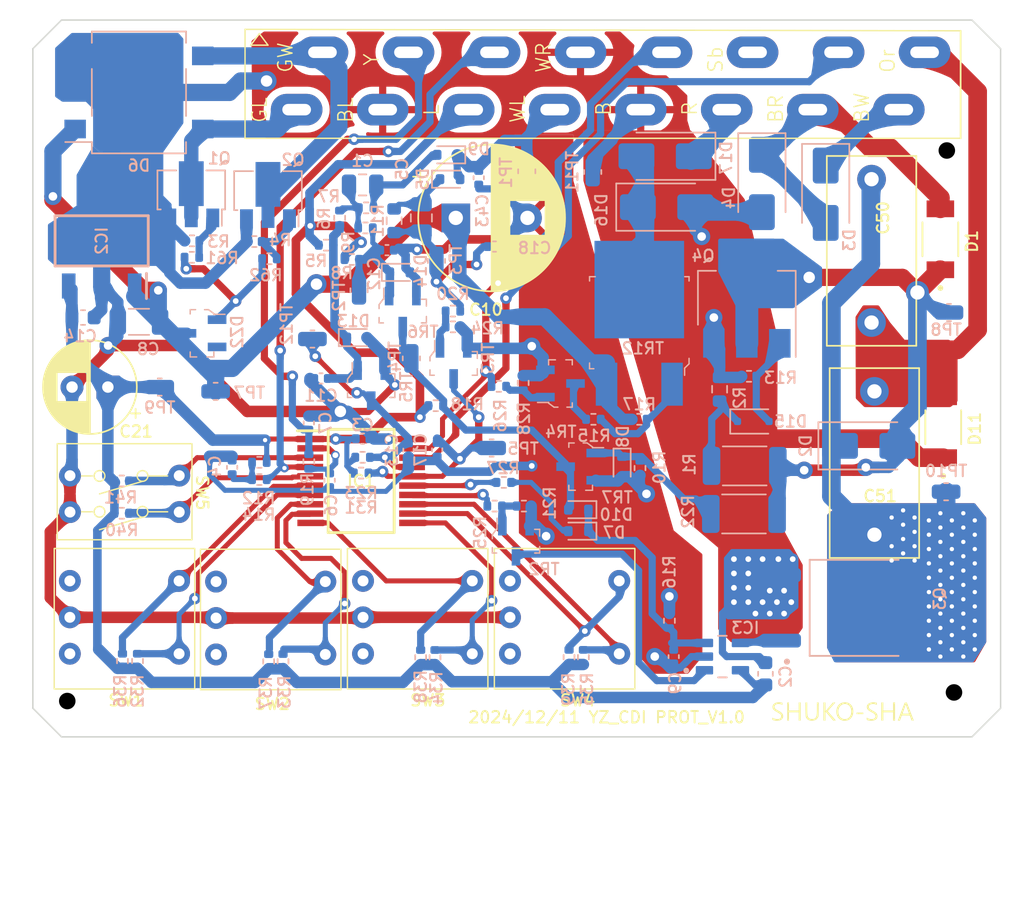
<source format=kicad_pcb>
(kicad_pcb (version 20221018) (generator pcbnew)
  (layers (0 "F.Cu" signal) (31 "B.Cu" signal) (34 "B.Paste" user) (35 "F.Paste" user) (36 "B.SilkS" user "B.Silkscreen") (37 "F.SilkS" user "F.Silkscreen") (38 "B.Mask" user) (39 "F.Mask" user) (44 "Edge.Cuts" user))
  (net 0 "")
  (net 1 "/WL")
  (net 2 "+12V")
  (net 3 "+5V")
  (net 4 "/OR")
  (net 5 "/CAP+")
  (net 6 "/BW")
  (net 7 "/BR")
  (net 8 "/GL")
  (net 9 "/GW")
  (net 10 "/CHG")
  (net 12 "Net-(IC3-OUT)")
  (net 13 "GND")
  (net 14 "/R")
  (net 16 "Net-(DZ2-A)")
  (net 17 "Net-(D9-A)")
  (net 18 "Net-(C1-Pad2)")
  (net 19 "Net-(D5-K)")
  (net 20 "Net-(D16-K)")
  (net 21 "Net-(Q1-G)")
  (net 22 "Net-(Q2-G)")
  (net 23 "Net-(D8-K)")
  (net 24 "Net-(C18-Pad1)")
  (net 25 "Net-(D10-K)")
  (net 26 "Net-(D10-A)")
  (net 27 "/MCU_IGOUT")
  (net 28 "Net-(C4-Pad1)")
  (net 29 "/VPP")
  (net 30 "/PGC")
  (net 31 "/PGD")
  (net 40 "/MCU_TPSIN")
  (net 41 "/Y")
  (net 42 "Net-(TR12-G)")
  (net 43 "/MCU_PU2DISABLE")
  (net 44 "Net-(IC1-RC7)")
  (net 45 "Net-(IC1-RB7)")
  (net 46 "Net-(IC1-RB6)")
  (net 47 "Net-(IC1-RB5)")
  (net 48 "Net-(IC1-RB4)")
  (net 49 "Net-(IC1-RC4)")
  (net 50 "Net-(IC1-RC3)")
  (net 51 "Net-(IC1-RC6)")
  (net 52 "/PWJ_SEL")
  (net 53 "/REV_LIMIT_SEL")
  (net 54 "/MCU_PU1IN")
  (net 55 "Net-(D13-K)")
  (net 56 "Net-(D14-K)")
  (net 57 "Net-(IC3-EN)")
  (net 58 "Net-(D15-A)")
  (net 59 "Net-(D15-K)")
  (net 60 "Net-(TR3-B)")
  (net 61 "Net-(D7-A)")
  (net 62 "Net-(TR4-C)")
  (net 63 "Net-(TR2-B)")
  (net 64 "Net-(TR4-B)")
  (net 65 "/MCU_PU2IN")
  (footprint "Capacitor_THT:C_Rect_L13.0mm_W6.0mm_P10.00mm_FKS3_FKP3_MKS4" (layer "F.Cu") (at 100.8 75.9 -90)
    (fp_text reference "C51")
    (fp_text value "250V 1uF")
  )
  (footprint "Capacitor_THT:C_Rect_L13.0mm_W6.0mm_P10.00mm_FKS3_FKP3_MKS4" (layer "F.Cu") (at 100.6 71.1 90)
    (fp_text reference "C50")
    (fp_text value "250V 1uF")
  )
  (footprint "mylib_download:SODFL4725X110N" (layer "F.Cu") (at 105.6 78.4 90)
    (fp_text reference "D11")
    (fp_text value "TSD3JFSH")
  )
  (footprint "mylib_download:FP-C-R16M" (layer "F.Cu") (at 83.1 54.45)
    (fp_text reference "CN1" hide)
    (fp_text value "FP-C-R16M")
  )
  (footprint "mylib_download:SODFL4725X110N" (layer "F.Cu") (at 105.4 65.2925 90)
    (fp_text reference "D1")
    (fp_text value "TSD3JFSH")
  )
  (footprint "mylib:Tooling hole" (layer "F.Cu") (at 105.85 59)
    (fp_text reference "REF**" hide)
    (fp_text value "Tooling hole")
  )
  (footprint "mylib_download:SOP65P780X200-20N" (layer "F.Cu") (at 65 82.15)
    (fp_text reference "IC1")
    (fp_text value "PIC16F15245-I_SS" hide)
  )
  (footprint "mylib_download:42J04" (layer "F.Cu") (at 58.69 91.71)
    (fp_text reference "SW2")
    (fp_text value "42J04")
  )
  (footprint "LOGO" (layer "F.Cu") (at 98.55 98.25)
    (fp_text reference "G***" hide)
    (fp_text value "LOGO" hide)
  )
  (footprint "mylib_download:42J04" (layer "F.Cu") (at 48.49 91.66)
    (fp_text reference "SW1")
    (fp_text value "42J04")
  )
  (footprint "mylib_download:EDS102SZ" (layer "F.Cu") (at 48.5 83.05 180)
    (fp_text reference "SW5")
    (fp_text value "EDS102SZ")
  )
  (footprint "mylib_download:42J04" (layer "F.Cu") (at 68.94 91.66)
    (fp_text reference "SW3")
    (fp_text value "42J04")
  )
  (footprint "Capacitor_THT:CP_Radial_D10.0mm_P5.00mm" (layer "F.Cu") (at 71.6 63.8)
    (fp_text reference "C10")
    (fp_text value "35V 270uF")
  )
  (footprint "Capacitor_THT:CP_Radial_D6.3mm_P2.50mm" (layer "F.Cu") (at 47.33238 75.6 180)
    (fp_text reference "C21")
    (fp_text value "16V 100uF")
  )
  (footprint "mylib:Tooling hole" (layer "F.Cu") (at 106.35 96.8)
    (fp_text reference "REF**" hide)
    (fp_text value "Tooling hole")
  )
  (footprint "mylib_download:42J04" (layer "F.Cu") (at 79.19 91.66)
    (fp_text reference "SW4")
    (fp_text value "42J04")
  )
  (footprint "mylib:Tooling hole" (layer "F.Cu") (at 44.5 97.4)
    (fp_text reference "REF**" hide)
    (fp_text value "Tooling hole")
  )
  (footprint "digikey-footprints:TO-252-3" (layer "B.Cu") (at 84.43 75.4 90)
    (fp_text reference "TR12")
    (fp_text value "IRFR9024NTRPBF")
  )
  (footprint "digikey-footprints:SOT-23-3" (layer "B.Cu") (at 71.45 73.95 -90)
    (fp_text reference "TR3")
    (fp_text value "PMBS3904,215")
  )
  (footprint "Resistor_SMD:R_0402_1005Metric" (layer "B.Cu") (at 86.5 91.9 90)
    (fp_text reference "R16")
    (fp_text value "4.7k")
  )
  (footprint "Resistor_SMD:R_0402_1005Metric" (layer "B.Cu") (at 69.15 94.45 -90)
    (fp_text reference "R38")
    (fp_text value "10k")
  )
  (footprint "Package_TO_SOT_SMD:SOT-89-3" (layer "B.Cu") (at 53.15 61.85 90)
    (fp_text reference "Q1")
    (fp_text value "ZXMN6A11ZTA")
  )
  (footprint "Capacitor_SMD:C_1206_3216Metric" (layer "B.Cu") (at 49.5 71.05 180)
    (fp_text reference "C8")
    (fp_text value "10uF")
  )
  (footprint "mylib_download:CheckPoint_1608Metric" (layer "B.Cu") (at 54.85 75.9 180)
    (fp_text reference "TP7")
    (fp_text value "+12V")
  )
  (footprint "Resistor_SMD:R_0402_1005Metric" (layer "B.Cu") (at 65.35 63.1 180)
    (fp_text reference "R7")
    (fp_text value "22k")
  )
  (footprint "Diode_SMD:Diode_Bridge_OnSemi_SDIP-4L" (layer "B.Cu") (at 49.5 55.05)
    (fp_text reference "D6")
    (fp_text value "DF01S")
  )
  (footprint "Capacitor_SMD:C_0402_1005Metric" (layer "B.Cu") (at 62.8 82.1 -90)
    (fp_text reference "C6")
    (fp_text value "0.1uF")
  )
  (footprint "mylib_download:SOT95P280X145-5N" (layer "B.Cu") (at 90.2 94.4)
    (fp_text reference "IC3")
    (fp_text value "UCC27519AQDBVRQ1")
  )
  (footprint "Resistor_SMD:R_0402_1005Metric" (layer "B.Cu") (at 59.55 94.73 90)
    (fp_text reference "R33")
    (fp_text value "10k")
  )
  (footprint "Capacitor_SMD:C_0402_1005Metric" (layer "B.Cu") (at 73.2 61 -90)
    (fp_text reference "C43")
    (fp_text value "10nF")
  )
  (footprint "Capacitor_SMD:C_0402_1005Metric" (layer "B.Cu") (at 74.3 65.8)
    (fp_text reference "C18")
    (fp_text value "10nF")
  )
  (footprint "mylib_download:CheckPoint_1608Metric" (layer "B.Cu") (at 64.85 68.85 90)
    (fp_text reference "TP2")
    (fp_text value "PU2 BASE")
  )
  (footprint "Resistor_SMD:R_0402_1005Metric" (layer "B.Cu") (at 53.19 66.55)
    (fp_text reference "R61")
    (fp_text value "5.1k")
  )
  (footprint "Resistor_SMD:R_0402_1005Metric" (layer "B.Cu") (at 65.3 64.5)
    (fp_text reference "R9")
    (fp_text value "2.2k")
  )
  (footprint "Resistor_SMD:R_0402_1005Metric" (layer "B.Cu") (at 76.3 75.31 90)
    (fp_text reference "R28")
    (fp_text value "5.1k")
  )
  (footprint "mylib_download:DPAK228P990X239-4N" (layer "B.Cu") (at 98.4 91 90)
    (fp_text reference "Q3")
    (fp_text value "RGPR30BM40")
  )
  (footprint "Resistor_SMD:R_0402_1005Metric" (layer "B.Cu") (at 74.31 83.9)
    (fp_text reference "R25")
    (fp_text value "5.1k")
  )
  (footprint "Resistor_SMD:R_2010_5025Metric" (layer "B.Cu") (at 91.75 81.1 180)
    (fp_text reference "R1")
    (fp_text value "200k 1/2W")
  )
  (footprint "Capacitor_SMD:C_0805_2012Metric" (layer "B.Cu") (at 69.2 63.8 -90)
    (fp_text reference "C5")
    (fp_text value "0.47uF")
  )
  (footprint "Resistor_SMD:R_0402_1005Metric" (layer "B.Cu") (at 64.35 66.7)
    (fp_text reference "R8")
    (fp_text value "15k")
  )
  (footprint "Resistor_SMD:R_0402_1005Metric" (layer "B.Cu") (at 70.2 76.9)
    (fp_text reference "R18")
    (fp_text value "2.2k")
  )
  (footprint "Resistor_SMD:R_0402_1005Metric" (layer "B.Cu") (at 58.6 66.65)
    (fp_text reference "R62")
    (fp_text value "5.1k")
  )
  (footprint "Resistor_SMD:R_0402_1005Metric" (layer "B.Cu") (at 76.35 83.9)
    (fp_text reference "R21")
    (fp_text value "5.1k")
  )
  (footprint "Resistor_SMD:R_0402_1005Metric" (layer "B.Cu") (at 65.1 80.5)
    (fp_text reference "R23")
    (fp_text value "1.5k")
  )
  (footprint "Resistor_SMD:R_0402_1005Metric" (layer "B.Cu") (at 57.9 80.85 180)
    (fp_text reference "R12")
    (fp_text value "10k")
  )
  (footprint "mylib_download:SOT230P700X180-4N" (layer "B.Cu") (at 46.9 65.4 90)
    (fp_text reference "IC2")
    (fp_text value "TPS7B6950QDCYRQ1" hide)
  )
  (footprint "Resistor_SMD:R_0402_1005Metric" (layer "B.Cu") (at 63.5 63.8 -90)
    (fp_text reference "R6")
    (fp_text value "2.2k")
  )
  (footprint "Diode_SMD:D_SOD-523" (layer "B.Cu") (at 67.7 67.6)
    (fp_text reference "D14")
    (fp_text value "RB501SM-30FH")
  )
  (footprint "Resistor_SMD:R_0402_1005Metric" (layer "B.Cu") (at 80.5 94.44 90)
    (fp_text reference "R35")
    (fp_text value "10k")
  )
  (footprint "Capacitor_SMD:C_0402_1005Metric" (layer "B.Cu") (at 86.8 94.4 -90)
    (fp_text reference "C9")
    (fp_text value "10nF")
  )
  (footprint "Diode_SMD:D_SOD-323F" (layer "B.Cu") (at 92.35 78)
    (fp_text reference "D15")
    (fp_text value "BZX100A,115")
  )
  (footprint "Diode_SMD:D_SOD-523" (layer "B.Cu") (at 64.7 72.15)
    (fp_text reference "D13")
    (fp_text value "RB501SM-30FH")
  )
  (footprint "mylib_download:CheckPoint_1608Metric" (layer "B.Cu") (at 105.8 82.9 180)
    (fp_text reference "TP10")
    (fp_text value "CAP CHG")
  )
  (footprint "Resistor_SMD:R_0402_1005Metric" (layer "B.Cu") (at 53.2 65.4 180)
    (fp_text reference "R3")
    (fp_text value "10k")
  )
  (footprint "Capacitor_SMD:C_0402_1005Metric" (layer "B.Cu") (at 65.1 79.2)
    (fp_text reference "C3")
    (fp_text value "0.1uF")
  )
  (footprint "mylib_download:CheckPoint_1608Metric" (layer "B.Cu") (at 81.15 60.6 -90)
    (fp_text reference "TP11")
    (fp_text value "GND")
  )
  (footprint "Resistor_SMD:R_0402_1005Metric" (layer "B.Cu") (at 62.55 65.7)
    (fp_text reference "R5")
    (fp_text value "15k")
  )
  (footprint "Diode_SMD:D_SMA" (layer "B.Cu") (at 86.2 59.5 180)
    (fp_text reference "D17")
    (fp_text value "S1J")
  )
  (footprint "Resistor_SMD:R_0402_1005Metric" (layer "B.Cu") (at 48.3 84.4)
    (fp_text reference "R40")
    (fp_text value "10k")
  )
  (footprint "Resistor_SMD:R_0402_1005Metric" (layer "B.Cu") (at 92.05 74.85 180)
    (fp_text reference "R13")
    (fp_text value "15k")
  )
  (footprint "digikey-footprints:SOT-23-3" (layer "B.Cu") (at 80.31 81.15 180)
    (fp_text reference "TR7")
    (fp_text value "PMBS3904,215")
  )
  (footprint "Resistor_SMD:R_0402_1005Metric" (layer "B.Cu") (at 58.55 94.74 -90)
    (fp_text reference "R37")
    (fp_text value "10k")
  )
  (footprint "mylib_download:CheckPoint_1608Metric" (layer "B.Cu") (at 50.95 75.6)
    (fp_text reference "TP9")
    (fp_text value "+5V")
  )
  (footprint "Resistor_SMD:R_0402_1005Metric" (layer "B.Cu") (at 84.45 81.25 -90)
    (fp_text reference "R10")
    (fp_text value "5.1k")
  )
  (footprint "Resistor_SMD:R_0402_1005Metric" (layer "B.Cu") (at 81.2 77.85 180)
    (fp_text reference "R15")
    (fp_text value "2.2k")
  )
  (footprint "Diode_SMD:D_SOD-523" (layer "B.Cu") (at 71.2 61.1)
    (fp_text reference "D5")
    (fp_text value "RB501SM-30FH")
  )
  (footprint "Capacitor_SMD:C_0402_1005Metric" (layer "B.Cu") (at 68.3 80 -90)
    (fp_text reference "C13")
    (fp_text value "10nF")
  )
  (footprint "mylib_download:CheckPoint_1608Metric" (layer "B.Cu") (at 68.5 73.6 -90)
    (fp_text reference "TP4")
    (fp_text value "PU2 INPUT")
  )
  (footprint "Capacitor_SMD:C_0402_1005Metric" (layer "B.Cu") (at 62.2 75 180)
    (fp_text reference "C11")
    (fp_text value "0.1uF")
  )
  (footprint "Capacitor_SMD:C_0402_1005Metric" (layer "B.Cu") (at 66.8 66.05)
    (fp_text reference "C12")
    (fp_text value "0.1uF")
  )
  (footprint "Capacitor_SMD:C_0603_1608Metric" (layer "B.Cu") (at 45.6 70.75)
    (fp_text reference "C14")
    (fp_text value "10uF")
  )
  (footprint "Diode_SMD:D_SOD-523" (layer "B.Cu") (at 80.15 84.15 180)
    (fp_text reference "D10")
    (fp_text value "RB501SM-30FH")
  )
  (footprint "Capacitor_SMD:C_0402_1005Metric" (layer "B.Cu") (at 56 81.2 90)
    (fp_text reference "C4")
    (fp_text value "10nF")
  )
  (footprint "digikey-footprints:SOT-23-3" (layer "B.Cu") (at 75.8 86.35 -90)
    (fp_text reference "TR2")
    (fp_text value "PMBS3904,215")
  )
  (footprint "mylib_download:CheckPoint_1608Metric" (layer "B.Cu") (at 70.25 66.8 -90)
    (fp_text reference "TP3")
    (fp_text value "PU1 BASE")
  )
  (footprint "Diode_SMD:D_SMA" (layer "B.Cu") (at 100.4 79.7)
    (fp_text reference "D2")
    (fp_text value "S1J")
  )
  (footprint "mylib_download:CheckPoint_1608Metric" (layer "B.Cu") (at 74.1 79.85 180)
    (fp_text reference "TP5")
    (fp_text value "PU1 INPUT")
  )
  (footprint "Resistor_SMD:R_0402_1005Metric" (layer "B.Cu") (at 57.9 82.05)
    (fp_text reference "R14")
    (fp_text value "470")
  )
  (footprint "Resistor_SMD:R_0402_1005Metric" (layer "B.Cu") (at 79.5 94.44 -90)
    (fp_text reference "R39")
    (fp_text value "10k")
  )
  (footprint "mylib_download:CheckPoint_1608Metric" (layer "B.Cu") (at 61.6 72.25 180)
    (fp_text reference "TP12")
    (fp_text value "PU2 MCUIN")
  )
  (footprint "digikey-footprints:SOT-23-3" (layer "B.Cu") (at 67.9 70.3 -90)
    (fp_text reference "TR6")
    (fp_text value "PMBS3904,215")
  )
  (footprint "Resistor_SMD:R_0603_1608Metric" (layer "B.Cu") (at 90 75.75 90)
    (fp_text reference "R2")
    (fp_text value "200K")
  )
  (footprint "Resistor_SMD:R_0402_1005Metric" (layer "B.Cu") (at 57.55 65.45 180)
    (fp_text reference "R4")
    (fp_text value "10k")
  )
  (footprint "Package_TO_SOT_SMD:SOT-89-3" (layer "B.Cu") (at 58.5 61.9 90)
    (fp_text reference "Q2")
    (fp_text value "ZXMN6A11ZTA")
  )
  (footprint "Diode_SMD:D_SOD-523" (layer "B.Cu") (at 83.2 81.15 -90)
    (fp_text reference "D8")
    (fp_text value "RB501SM-30FH")
  )
  (footprint "Capacitor_SMD:C_0603_1608Metric" (layer "B.Cu") (at 93.2 95.6 90)
    (fp_text reference "C2")
    (fp_text value "1uF")
  )
  (footprint "Diode_SMD:D_SMA" (layer "B.Cu") (at 86.3 63.05)
    (fp_text reference "D16")
    (fp_text value "S1J")
  )
  (footprint "Diode_SMD:D_SOD-523" (layer "B.Cu") (at 71 59.4 180)
    (fp_text reference "D9")
    (fp_text value "RB501SM-30FH")
  )
  (footprint "Resistor_SMD:R_0402_1005Metric" (layer "B.Cu") (at 74.95 82.25)
    (fp_text reference "R27")
    (fp_text value "2.2k")
  )
  (footprint "Resistor_SMD:R_0402_1005Metric" (layer "B.Cu") (at 61.35 80.79 90)
    (fp_text reference "R19")
    (fp_text value "1k")
  )
  (footprint "digikey-footprints:SOT-23-3" (layer "B.Cu") (at 78.9 75.35)
    (fp_text reference "TR4")
    (fp_text value "PMBS3904,215")
  )
  (footprint "Resistor_SMD:R_0402_1005Metric" (layer "B.Cu") (at 48.35 94.71 -90)
    (fp_text reference "R36")
    (fp_text value "10k")
  )
  (footprint "Diode_SMD:D_SOD-523" (layer "B.Cu") (at 80.15 85.65 180)
    (fp_text reference "D7")
    (fp_text value "RB501SM-30FH")
  )
  (footprint "digikey-footprints:SOT-23-3" (layer "B.Cu") (at 53.9 71.85 180)
    (fp_text reference "DZ2")
    (fp_text value "BZX84C9V1LT1G")
  )
  (footprint "Resistor_SMD:R_0402_1005Metric" (layer "B.Cu") (at 65 81.6)
    (fp_text reference "R31")
    (fp_text value "2.2k")
  )
  (footprint "Resistor_SMD:R_0402_1005Metric" (layer "B.Cu") (at 71.4 70.3 180)
    (fp_text reference "R20")
    (fp_text value "5.1k")
  )
  (footprint "Diode_SMD:D_SMA" (layer "B.Cu") (at 97.4 62.15 -90)
    (fp_text reference "D3")
    (fp_text value "S1J")
  )
  (footprint "Capacitor_SMD:C_0402_1005Metric" (layer "B.Cu") (at 70.3 79.975 -90)
    (fp_text reference "C17")
    (fp_text value "0.1uF")
  )
  (footprint "Resistor_SMD:R_2010_5025Metric" (layer "B.Cu") (at 91.7 84.45 180)
    (fp_text reference "R22")
    (fp_text value "200k 1/2W")
  )
  (footprint "Package_TO_SOT_SMD:SOT-223-3_TabPin2" (layer "B.Cu") (at 91.9 69.4 90)
    (fp_text reference "Q4")
    (fp_text value "IPN50R3K0CE")
  )
  (footprint "Resistor_SMD:R_0402_1005Metric" (layer "B.Cu") (at 84.4 77.85)
    (fp_text reference "R17")
    (fp_text value "4.7k")
  )
  (footprint "digikey-footprints:SOT-23-3" (layer "B.Cu") (at 65.7 75.5 -90)
    (fp_text reference "TR5")
    (fp_text value "PMBS3904,215")
  )
  (footprint "Resistor_SMD:R_0402_1005Metric" (layer "B.Cu") (at 71.4 71.4 180)
    (fp_text reference "R24")
    (fp_text value "3.3k")
  )
  (footprint "Capacitor_SMD:C_0805_2012Metric" (layer "B.Cu") (at 65.1 61.5 180)
    (fp_text reference "C1")
    (fp_text value "2.2uF")
  )
  (footprint "Resistor_SMD:R_0402_1005Metric" (layer "B.Cu") (at 48.3 82.15 180)
    (fp_text reference "R41")
    (fp_text value "10k")
  )
  (footprint "Resistor_SMD:R_0603_1608Metric" (layer "B.Cu") (at 67.3 64 -90)
    (fp_text reference "R11")
    (fp_text value "200k")
  )
  (footprint "Resistor_SMD:R_0402_1005Metric" (layer "B.Cu") (at 70.15 94.45 90)
    (fp_text reference "R34")
    (fp_text value "10k")
  )
  (footprint "mylib_download:CheckPoint_1608Metric" (layer "B.Cu") (at 76.55 60.55 90)
    (fp_text reference "TP1")
    (fp_text value "WL PU")
  )
  (footprint "Diode_SMD:D_SMA" (layer "B.Cu") (at 92.95 61.4 -90)
    (fp_text reference "D4")
    (fp_text value "S1J")
  )
  (footprint "Resistor_SMD:R_0402_1005Metric" (layer "B.Cu") (at 74.6 75.55)
    (fp_text reference "R26")
    (fp_text value "5.1k")
  )
  (footprint "Capacitor_SMD:C_0402_1005Metric" (layer "B.Cu") (at 61.35 78.1 90)
    (fp_text reference "C7")
    (fp_text value "0.1uF")
  )
  (footprint "Resistor_SMD:R_0402_1005Metric" (layer "B.Cu") (at 49.4 94.71 90)
    (fp_text reference "R32")
    (fp_text value "10k")
  )
  (footprint "mylib_download:CheckPoint_1608Metric" (layer "B.Cu") (at 106 70.4 180)
    (fp_text reference "TP8")
    (fp_text value "CHG1 OUT")
  )
  (gr_line (start 107.6 50) (end 44.1 50) (stroke (width 0.1)) (layer "Edge.Cuts"))
  (gr_line (start 44.1 100) (end 42.1 98) (stroke (width 0.1)) (layer "Edge.Cuts"))
  (gr_line (start 42.1 52) (end 42.1 98) (stroke (width 0.1)) (layer "Edge.Cuts"))
  (gr_line (start 44.1 50) (end 42.1 52) (stroke (width 0.1)) (layer "Edge.Cuts"))
  (gr_line (start 109.6 98) (end 109.6 52) (stroke (width 0.1)) (layer "Edge.Cuts"))
  (gr_line (start 107.6 100) (end 109.6 98) (stroke (width 0.1)) (layer "Edge.Cuts"))
  (gr_line (start 109.6 52) (end 107.6 50) (stroke (width 0.1)) (layer "Edge.Cuts"))
  (gr_line (start 44.1 100) (end 107.6 100) (stroke (width 0.1)) (layer "Edge.Cuts"))
  (gr_text "2024/12/11 YZ_CDI PROT_V1.0" (at 72.4 99.1) (layer "F.SilkS") (effects (font (size 0.8 0.8) (thickness 0.13)) (justify left bottom)))
  (segment (start 73.2 60.225) (end 72.525 60.225) (width 0.8) (layer "B.Cu") (net 1))
  (segment (start 71.7 59.4) (end 71.7 60.9) (width 0.5) (layer "B.Cu") (net 1))
  (segment (start 76.35 58.4) (end 78.5 56.25) (width 0.8) (layer "B.Cu") (net 1))
  (segment (start 72.525 60.225) (end 71.7 59.4) (width 0.8) (layer "B.Cu") (net 1))
  (segment (start 75.025 58.4) (end 76.35 58.4) (width 0.8) (layer "B.Cu") (net 1))
  (segment (start 76.55 58.2) (end 78.5 56.25) (width 0.8) (layer "B.Cu") (net 1))
  (segment (start 73.2 60.225) (end 75.025 58.4) (width 0.8) (layer "B.Cu") (net 1))
  (segment (start 71.7 60.9) (end 71.9 61.1) (width 0.5) (layer "B.Cu") (net 1))
  (segment (start 76.55 60.55) (end 76.55 58.2) (width 0.8) (layer "B.Cu") (net 1))
  (segment (start 43.5 62.3) (end 43.5 62.55) (width 1.2) (layer "F.Cu") (net 2))
  (segment (start 68.8 63.8) (end 64.175958 68.424042) (width 1.2) (layer "F.Cu") (net 2))
  (segment (start 49.8 68.85) (end 50.85 68.85) (width 1.2) (layer "F.Cu") (net 2))
  (segment (start 71.6 63.8) (end 68.8 63.8) (width 1.2) (layer "F.Cu") (net 2))
  (segment (start 64.175958 68.424042) (end 61.88198 68.424042) (width 1.2) (layer "F.Cu") (net 2))
  (segment (start 43.5 62.55) (end 49.8 68.85) (width 1.2) (layer "F.Cu") (net 2))
  (via (at 50.85 68.85) (size 1.2) (drill 0.6) (layers "F.Cu" "B.Cu") (net 2))
  (via (at 61.88198 68.424042) (size 1.4) (drill 0.8) (layers "F.Cu" "B.Cu") (net 2))
  (via (at 43.5 62.3) (size 1.2) (drill 0.6) (layers "F.Cu" "B.Cu") (net 2))
  (segment (start 51.775 71.85) (end 50.975 71.05) (width 0.8) (layer "B.Cu") (net 2))
  (segment (start 50.975 71.05) (end 54.225 74.3) (width 1.2) (layer "B.Cu") (net 2))
  (segment (start 54.85 75.9) (end 54.85 74.925) (width 1.2) (layer "B.Cu") (net 2))
  (segment (start 52.85 71.85) (end 51.775 71.85) (width 0.8) (layer "B.Cu") (net 2))
  (segment (start 54.225 74.3) (end 56.006024 74.3) (width 1.2) (layer "B.Cu") (net 2))
  (segment (start 81.015 73.915) (end 77.8 70.7) (width 1.2) (layer "B.Cu") (net 2))
  (segment (start 83.89 77.85) (end 83.25 77.85) (width 0.8) (layer "B.Cu") (net 2))
  (segment (start 49.2 69.275) (end 50.975 71.05) (width 1.2) (layer "B.Cu") (net 2))
  (segment (start 83.25 77.85) (end 82.115 76.715) (width 0.8) (layer "B.Cu") (net 2))
  (segment (start 50.85 70.925) (end 50.975 71.05) (width 1.2) (layer "B.Cu") (net 2))
  (segment (start 54.85 74.925) (end 54.225 74.3) (width 1.2) (layer "B.Cu") (net 2))
  (segment (start 71.85 64.05) (end 71.85 67.95) (width 1) (layer "B.Cu") (net 2))
  (segment (start 82.115 75.4) (end 82.115 73.915) (width 0.8) (layer "B.Cu") (net 2))
  (segment (start 45.05 57.6) (end 43.5 59.15) (width 1.2) (layer "B.Cu") (net 2))
  (segment (start 56.006024 74.3) (end 61.88198 68.424042) (width 1.2) (layer "B.Cu") (net 2))
  (segment (start 43.5 59.15) (end 43.5 62.3) (width 1.2) (layer "B.Cu") (net 2))
  (segment (start 50.85 68.85) (end 50.85 70.925) (width 1.2) (layer "B.Cu") (net 2))
  (segment (start 71.85 67.95) (end 74.6 70.7) (width 1) (layer "B.Cu") (net 2))
  (segment (start 77.8 70.7) (end 76.3 70.7) (width 1.2) (layer "B.Cu") (net 2))
  (segment (start 82.115 73.915) (end 81.015 73.915) (width 1.2) (layer "B.Cu") (net 2))
  (segment (start 49.2 68.55) (end 49.2 69.275) (width 0.8) (layer "B.Cu") (net 2))
  (segment (start 82.115 76.715) (end 82.115 75.4) (width 0.8) (layer "B.Cu") (net 2))
  (segment (start 74.6 70.7) (end 76.3 70.7) (width 1) (layer "B.Cu") (net 2))
  (segment (start 65.324999 79.225001) (end 66.85 77.7) (width 0.6) (layer "F.Cu") (net 3))
  (segment (start 58.349998 79.25) (end 58.299998 79.3) (width 0.4) (layer "F.Cu") (net 3))
  (segment (start 60.45 65.356401) (end 61.45 64.356401) (width 0.6) (layer "F.Cu") (net 3))
  (segment (start 63.224997 79.225001) (end 65.324999 79.225001) (width 0.6) (layer "F.Cu") (net 3))
  (segment (start 69.1 74.95) (end 67.35 73.2) (width 0.6) (layer "F.Cu") (net 3))
  (segment (start 69.1 77.7) (end 69.1 74.95) (width 0.6) (layer "F.Cu") (net 3))
  (segment (start 61.45 79.225) (end 63.224999 79.225001) (width 0.4) (layer "F.Cu") (net 3))
  (segment (start 58.299998 79.3) (end 58.374998 79.225) (width 0.35) (layer "F.Cu") (net 3))
  (segment (start 64.55 73.2) (end 60.45 69.1) (width 0.6) (layer "F.Cu") (net 3))
  (segment (start 60.45 69.1) (end 60.45 65.356401) (width 0.6) (layer "F.Cu") (net 3))
  (segment (start 63.224999 79.225001) (end 63.224997 79.225001) (width 0.35) (layer "F.Cu") (net 3))
  (segment (start 64.9995 65.5) (end 63.855901 64.356401) (width 0.6) (layer "F.Cu") (net 3))
  (segment (start 67.35 73.2) (end 64.55 73.2) (width 0.6) (layer "F.Cu") (net 3))
  (segment (start 66.85 77.7) (end 69.1 77.7) (width 0.6) (layer "F.Cu") (net 3))
  (segment (start 63.855901 64.356401) (end 61.45 64.356401) (width 0.6) (layer "F.Cu") (net 3))
  (segment (start 58.374998 79.225) (end 61.45 79.225) (width 0.35) (layer "F.Cu") (net 3))
  (via (at 61.45 64.356401) (size 0.8) (drill 0.4) (layers "F.Cu" "B.Cu") (net 3))
  (via (at 58.299998 79.3) (size 0.6) (drill 0.3) (layers "F.Cu" "B.Cu") (net 3))
  (via (at 64.9995 65.5) (size 0.8) (drill 0.4) (layers "F.Cu" "B.Cu") (net 3))
  (via (at 69.1 77.7) (size 0.8) (drill 0.4) (layers "F.Cu" "B.Cu") (net 3))
  (via (at 63.224999 79.225001) (size 0.8) (drill 0.4) (layers "F.Cu" "B.Cu") (net 3))
  (segment (start 44.825 70.75) (end 44.825 73.09262) (width 0.8) (layer "B.Cu") (net 3))
  (segment (start 67.91 96.2) (end 69.15 94.96) (width 0.8) (layer "B.Cu") (net 3))
  (segment (start 61.4 65.06) (end 62.04 65.7) (width 0.6) (layer "B.Cu") (net 3))
  (segment (start 71.34 96.15) (end 78.3 96.15) (width 0.8) (layer "B.Cu") (net 3))
  (segment (start 63.384677 60.065323) (end 61.4 62.05) (width 0.6) (layer "B.Cu") (net 3))
  (segment (start 79.5 94.95) (end 80.5 94.95) (width 0.8) (layer "B.Cu") (net 3))
  (segment (start 58.41 80.85) (end 58.41 79.410002) (width 0.35) (layer "B.Cu") (net 3))
  (segment (start 69.15 94.96) (end 70.15 94.96) (width 0.8) (layer "B.Cu") (net 3))
  (segment (start 92.325 97.25) (end 93.2 96.375) (width 0.8) (layer "B.Cu") (net 3))
  (segment (start 44.825 70.75) (end 44.825 68.775) (width 0.8) (layer "B.Cu") (net 3))
  (segment (start 47.79 84.4) (end 46.6 85.59) (width 0.6) (layer "B.Cu") (net 3))
  (segment (start 64.787208 65.5) (end 64.9995 65.5) (width 0.6) (layer "B.Cu") (net 3))
  (segment (start 64 79.525) (end 64.325 79.2) (width 0.35) (layer "B.Cu") (net 3))
  (segment (start 64.325 79.2) (end 63.35 79.2) (width 0.35) (layer "B.Cu") (net 3))
  (segment (start 47.79 82.15) (end 47.79 82.25) (width 0.6) (layer "B.Cu") (net 3))
  (segment (start 68.065342 60.065323) (end 63.384677 60.065323) (width 0.6) (layer "B.Cu") (net 3))
  (segment (start 54.65 79.3) (end 58.299998 79.3) (width 0.8) (layer "B.Cu") (net 3))
  (segment (start 61.4 62.05) (end 61.4 63.2) (width 0.6) (layer "B.Cu") (net 3))
  (segment (start 49.4 95.22) (end 48.35 95.22) (width 0.8) (layer "B.Cu") (net 3))
  (segment (start 78.3 96.15) (end 79.4 97.25) (width 0.8) (layer "B.Cu") (net 3))
  (segment (start 47.33238 75.6) (end 47.33238 81.79238) (width 0.8) (layer "B.Cu") (net 3))
  (segment (start 46.69 93.899447) (end 48.010553 95.22) (width 0.8) (layer "B.Cu") (net 3))
  (segment (start 47.79 82.15) (end 47.79 84.4) (width 0.6) (layer "B.Cu") (net 3))
  (segment (start 71.880665 56.25) (end 68.065342 60.065323) (width 0.6) (layer "B.Cu") (net 3))
  (segment (start 48.010553 95.22) (end 48.35 95.22) (width 0.8) (layer "B.Cu") (net 3))
  (segment (start 63.35 79.2) (end 63.324999 79.225001) (width 0.35) (layer "B.Cu") (net 3))
  (segment (start 64 81.1) (end 64 79.525) (width 0.35) (layer "B.Cu") (net 3))
  (segment (start 58.55 95.25) (end 59.54 95.25) (width 0.8) (layer "B.Cu") (net 3))
  (segment (start 44.825 68.775) (end 44.6 68.55) (width 0.8) (layer "B.Cu") (net 3))
  (segment (start 61.4 63.2) (end 61.4 65.06) (width 0.6) (layer "B.Cu") (net 3))
  (segment (start 64.59 80.51) (end 64 81.1) (width 0.35) (layer "B.Cu") (net 3))
  (segment (start 50.38 96.2) (end 57.6 96.2) (width 0.8) (layer "B.Cu") (net 3))
  (segment (start 49.4 95.22) (end 50.38 96.2) (width 0.8) (layer "B.Cu") (net 3))
  (segment (start 47.33238 81.79238) (end 47.79 82.25) (width 0.8) (layer "B.Cu") (net 3))
  (segment (start 61.4 63.2) (end 61.4 64.306401) (width 0.6) (layer "B.Cu") (net 3))
  (segment (start 44.825 73.09262) (end 47.33238 75.6) (width 0.8) (layer "B.Cu") (net 3))
  (segment (start 92.48 96.375) (end 91.455 95.35) (width 0.5) (layer "B.Cu") (net 3))
  (segment (start 63.324999 79.225001) (end 63.224999 79.225001) (width 0.35) (layer "B.Cu") (net 3))
  (segment (start 70.15 94.96) (end 71.34 96.15) (width 0.8) (layer "B.Cu") (net 3))
  (segment (start 57.6 96.2) (end 58.55 95.25) (width 0.8) (layer "B.Cu") (net 3))
  (segment (start 58.41 79.410002) (end 58.299998 79.3) (width 0.35) (layer "B.Cu") (net 3))
  (segment (start 69.1 77.49) (end 69.1 77.7) (width 0.6) (layer "B.Cu") (net 3))
  (segment (start 64.49 81.6) (end 64 81.11) (width 0.35) (layer "B.Cu") (net 3))
  (segment (start 64 81.11) (end 64 81.1) (width 0.35) (layer "B.Cu") (net 3))
  (segment (start 50.95 75.6) (end 47.33238 75.6) (width 0.8) (layer "B.Cu") (net 3))
  (segment (start 60.51 96.2) (end 67.91 96.2) (width 0.8) (layer "B.Cu") (net 3))
  (segment (start 59.55 95.24) (end 60.51 96.2) (width 0.8) (layer "B.Cu") (net 3))
  (segment (start 93.2 96.375) (end 92.48 96.375) (width 0.5) (layer "B.Cu") (net 3))
  (segment (start 61.4 64.306401) (end 61.45 64.356401) (width 0.6) (layer "B.Cu") (net 3))
  (segment (start 46.6 85.59) (end 46.6 93.809447) (width 0.6) (layer "B.Cu") (net 3))
  (segment (start 78.3 96.15) (end 79.5 94.95) (width 0.8) (layer "B.Cu") (net 3))
  (segment (start 59.54 95.25) (end 59.55 95.24) (width 0.8) (layer "B.Cu") (net 3))
  (segment (start 46.6 93.809447) (end 46.69 93.899447) (width 0.6) (layer "B.Cu") (net 3))
  (segment (start 69.69 76.9) (end 69.1 77.49) (width 0.6) (layer "B.Cu") (net 3))
  (segment (start 63.87 66.417208) (end 64.787208 65.5) (width 0.6) (layer "B.Cu") (net 3))
  (segment (start 79.4 97.25) (end 92.325 97.25) (width 0.8) (layer "B.Cu") (net 3))
  (segment (start 50.95 75.6) (end 54.65 79.3) (width 0.8) (layer "B.Cu") (net 3))
  (segment (start 63.87 66.7) (end 63.87 66.417208) (width 0.6) (layer "B.Cu") (net 3))
  (segment (start 105.4925 76.1675) (end 100.76 76.1675) (width 1.3) (layer "F.Cu") (net 4))
  (segment (start 100.55 75.9575) (end 100.55 70.9575) (width 1.3) (layer "F.Cu") (net 4))
  (segment (start 105.6 76.275) (end 105.4925 76.1675) (width 1.3) (layer "F.Cu") (net 4))
  (segment (start 108 55) (end 105 52) (width 1.3) (layer "F.Cu") (net 4))
  (segment (start 100.55 70.9575) (end 102.5925 73) (width 1.3) (layer "F.Cu") (net 4))
  (segment (start 102.5925 73) (end 106.6 73) (width 1.3) (layer "F.Cu") (net 4))
  (segment (start 108 71.6) (end 108 55) (width 1.3) (layer "F.Cu") (net 4))
  (segment (start 106.6 73) (end 108 71.6) (width 1.3) (layer "F.Cu") (net 4))
  (segment (start 103.3 85.4) (end 101.1075 85.4) (width 1.3) (layer "F.Cu") (net 5))
  (segment (start 101.1075 85.4) (end 100.55 85.9575) (width 1.3) (layer "F.Cu") (net 5))
  (via (at 107 93.4) (size 0.6) (drill 0.3) (layers "F.Cu" "B.Cu") (net 5))
  (via (at 107.8 89.9) (size 0.6) (drill 0.3) (layers "F.Cu" "B.Cu") (net 5))
  (via (at 107.8 87.9) (size 0.6) (drill 0.3) (layers "F.Cu" "B.Cu") (net 5))
  (via (at 107 85.4) (size 0.6) (drill 0.3) (layers "F.Cu" "B.Cu") (net 5))
  (via (at 104.6 93.9) (size 0.6) (drill 0.3) (layers "F.Cu" "B.Cu") (net 5))
  (via (at 107.8 88.9) (size 0.6) (drill 0.3) (layers "F.Cu" "B.Cu") (net 5))
  (via (at 106.2 90.9) (size 0.6) (drill 0.3) (layers "F.Cu" "B.Cu") (net 5))
  (via (at 104.6 87.9) (size 0.6) (drill 0.3) (layers "F.Cu" "B.Cu") (net 5))
  (via (at 104.6 90.9) (size 0.6) (drill 0.3) (layers "F.Cu" "B.Cu") (net 5))
  (via (at 102.8 85.2) (size 0.6) (drill 0.3) (layers "F.Cu" "B.Cu") (net 5))
  (via (at 107.8 86.9) (size 0.6) (drill 0.3) (layers "F.Cu" "B.Cu") (net 5))
  (via (at 106.2 93.9) (size 0.6) (drill 0.3) (layers "F.Cu" "B.Cu") (net 5))
  (via (at 107.8 93.9) (size 0.6) (drill 0.3) (layers "F.Cu" "B.Cu") (net 5))
  (via (at 105.4 86.4) (size 0.6) (drill 0.3) (layers "F.Cu" "B.Cu") (net 5))
  (via (at 102.8 84.2) (size 0.6) (drill 0.3) (layers "F.Cu" "B.Cu") (net 5))
  (via (at 106.2 92.9) (size 0.6) (drill 0.3) (layers "F.Cu" "B.Cu") (net 5))
  (via (at 104.6 88.9) (size 0.6) (drill 0.3) (layers "F.Cu" "B.Cu") (net 5))
  (via (at 107.8 90.9) (size 0.6) (drill 0.3) (layers "F.Cu" "B.Cu") (net 5))
  (via (at 106.2 89.9) (size 0.6) (drill 0.3) (layers "F.Cu" "B.Cu") (net 5))
  (via (at 107 86.4) (size 0.6) (drill 0.3) (layers "F.Cu" "B.Cu") (net 5))
  (via (at 104.6 92.9) (size 0.6) (drill 0.3) (layers "F.Cu" "B.Cu") (net 5))
  (via (at 107 90.4) (size 0.6) (drill 0.3) (layers "F.Cu" "B.Cu") (net 5))
  (via (at 107 89.4) (size 0.6) (drill 0.3) (layers "F.Cu" "B.Cu") (net 5))
  (via (at 103.6 87.7) (size 0.6) (drill 0.3) (layers "F.Cu" "B.Cu") (net 5))
  (via (at 107.8 92.9) (size 0.6) (drill 0.3) (layers "F.Cu" "B.Cu") (net 5))
  (via (at 104.6 86.9) (size 0.6) (drill 0.3) (layers "F.Cu" "B.Cu") (net 5))
  (via (at 102 84.7) (size 0.6) (drill 0.3) (layers "F.Cu" "B.Cu") (net 5))
  (via (at 105.4 92.4) (size 0.6) (drill 0.3) (layers "F.Cu" "B.Cu") (net 5))
  (via (at 105.4 93.4) (size 0.6) (drill 0.3) (layers "F.Cu" "B.Cu") (net 5))
  (via (at 104.6 91.9) (size 0.6) (drill 0.3) (layers "F.Cu" "B.Cu") (net 5))
  (via (at 106.2 91.9) (size 0.6) (drill 0.3) (layers "F.Cu" "B.Cu") (net 5))
  (via (at 107 91.4) (size 0.6) (drill 0.3) (layers "F.Cu" "B.Cu") (net 5))
  (via (at 102.8 86.2) (size 0.6) (drill 0.3) (layers "F.Cu" "B.Cu") (net 5))
  (via (at 104.6 89.9) (size 0.6) (drill 0.3) (layers "F.Cu" "B.Cu") (net 5))
  (via (at 105.4 88.4) (size 0.6) (drill 0.3) (layers "F.Cu" "B.Cu") (net 5))
  (via (at 103.6 84.7) (size 0.6) (drill 0.3) (layers "F.Cu" "B.Cu") (net 5))
  (via (at 105.4 90.4) (size 0.6) (drill 0.3) (layers "F.Cu" "B.Cu") (net 5))
  (via (at 107 87.4) (size 0.6) (drill 0.3) (layers "F.Cu" "B.Cu") (net 5))
  (via (at 107.8 91.9) (size 0.6) (drill 0.3) (layers "F.Cu" "B.Cu") (net 5))
  (via (at 102 87.7) (size 0.6) (drill 0.3) (layers "F.Cu" "B.Cu") (net 5))
  (via (at 105.4 85.4) (size 0.6) (drill 0.3) (layers "F.Cu" "B.Cu") (net 5))
  (via (at 107 92.4) (size 0.6) (drill 0.3) (layers "F.Cu" "B.Cu") (net 5))
  (via (at 103.6 85.7) (size 0.6) (drill 0.3) (layers "F.Cu" "B.Cu") (net 5))
  (via (at 107 94.4) (size 0.6) (drill 0.3) (layers "F.Cu" "B.Cu") (net 5))
  (via (at 105.4 84.4) (size 0.6) (drill 0.3) (layers "F.Cu" "B.Cu") (net 5))
  (via (at 107.8 84.9) (size 0.6) (drill 0.3) (layers "F.Cu" "B.Cu") (net 5))
  (via (at 107 88.4) (size 0.6) (drill 0.3) (layers "F.Cu" "B.Cu") (net 5))
  (via (at 104.6 84.9) (size 0.6) (drill 0.3) (layers "F.Cu" "B.Cu") (net 5))
  (via (at 104.6 85.9) (size 0.6) (drill 0.3) (layers "F.Cu" "B.Cu") (net 5))
  (via (at 102 86.7) (size 0.6) (drill 0.3) (layers "F.Cu" "B.Cu") (net 5))
  (via (at 106.2 87.9) (size 0.6) (drill 0.3) (layers "F.Cu" "B.Cu") (net 5))
  (via (at 106.2 86.9) (size 0.6) (drill 0.3) (layers "F.Cu" "B.Cu") (net 5))
  (via (at 105.4 91.4) (size 0.6) (drill 0.3) (layers "F.Cu" "B.Cu") (net 5))
  (via (at 102.8 87.2) (size 0.6) (drill 0.3) (layers "F.Cu" "B.Cu") (net 5))
  (via (at 106.2 84.9) (size 0.6) (drill 0.3) (layers "F.Cu" "B.Cu") (net 5))
  (via (at 105.4 89.4) (size 0.6) (drill 0.3) (layers "F.Cu" "B.Cu") (net 5))
  (via (at 107 84.4) (size 0.6) (drill 0.3) (layers "F.Cu" "B.Cu") (net 5))
  (via (at 106.2 88.9) (size 0.6) (drill 0.3) (layers "F.Cu" "B.Cu") (net 5))
  (via (at 103.6 86.7) (size 0.6) (drill 0.3) (layers "F.Cu" "B.Cu") (net 5))
  (via (at 107.8 85.9) (size 0.6) (drill 0.3) (layers "F.Cu" "B.Cu") (net 5))
  (via (at 106.2 85.9) (size 0.6) (drill 0.3) (layers "F.Cu" "B.Cu") (net 5))
  (via (at 105.4 87.4) (size 0.6) (drill 0.3) (layers "F.Cu" "B.Cu") (net 5))
  (via (at 105.4 94.4) (size 0.6) (drill 0.3) (layers "F.Cu" "B.Cu") (net 5))
  (segment (start 100.55 60.9575) (end 100.55 67) (width 1.3) (layer "B.Cu") (net 5))
  (segment (start 100.55 67) (end 97.8 69.75) (width 1.3) (layer "B.Cu") (net 5))
  (segment (start 105.8 82.9) (end 105.8 84) (width 1.3) (layer "B.Cu") (net 5))
  (segment (start 97.8 69.75) (end 97.8 83.2075) (width 1.3) (layer "B.Cu") (net 5))
  (segment (start 100.7 91.1) (end 100.7 86.1075) (width 1.3) (layer "B.Cu") (net 5))
  (segment (start 105.8 84) (end 105.4 84.4) (width 1.3) (layer "B.Cu") (net 5))
  (segment (start 97.8 83.2075) (end 100.55 85.9575) (width 1.3) (layer "B.Cu") (net 5))
  (segment (start 101.3 56.25) (end 97.4 60.15) (width 1) (layer "B.Cu") (net 6))
  (segment (start 100.5 58.9) (end 101.9 58.9) (width 1.3) (layer "F.Cu") (net 7))
  (segment (start 97.6 56) (end 100.5 58.9) (width 1.3) (layer "F.Cu") (net 7))
  (segment (start 105.4 62.4) (end 105.4 63.1675) (width 1.3) (layer "F.Cu") (net 7))
  (segment (start 101.9 58.9) (end 105.4 62.4) (width 1.3) (layer "F.Cu") (net 7))
  (segment (start 97.4 63.85) (end 92.95 59.4) (width 1.2) (layer "B.Cu") (net 7))
  (segment (start 93.35 59.4) (end 96.5 56.25) (width 1.2) (layer "B.Cu") (net 7))
  (segment (start 53.95 57.6) (end 59.15 57.6) (width 1.2) (layer "B.Cu") (net 8))
  (segment (start 53.15 58.4) (end 53.95 57.6) (width 1) (layer "B.Cu") (net 8))
  (segment (start 59.15 57.6) (end 60.5 56.25) (width 1.2) (layer "B.Cu") (net 8))
  (segment (start 53.15 63.7125) (end 53.15 58.4) (width 1) (layer "B.Cu") (net 8))
  (segment (start 53.95 52.5) (end 62.05 52.5) (width 1.2) (layer "B.Cu") (net 9))
  (segment (start 63.45 53.4) (end 63.45 57.45) (width 1.2) (layer "B.Cu") (net 9))
  (segment (start 62.3 52.25) (end 63.45 53.4) (width 1.2) (layer "B.Cu") (net 9))
  (segment (start 63.45 57.45) (end 58.5 62.4) (width 1.2) (layer "B.Cu") (net 9))
  (segment (start 105.3825 67.4175) (end 103.8 69) (width 1.3) (layer "F.Cu") (net 10))
  (segment (start 103.8 69) (end 102.75 67.95) (width 1.2) (layer "F.Cu") (net 10))
  (segment (start 100.2 81.2) (end 100.000001 81.399999) (width 0.8) (layer "F.Cu") (net 10))
  (segment (start 100.000001 81.399999) (end 95.9 81.399999) (width 0.8) (layer "F.Cu") (net 10))
  (segment (start 105.4 67.4175) (end 105.3825 67.4175) (width 1.3) (layer "F.Cu") (net 10))
  (segment (start 102.75 67.95) (end 96.25 67.95) (width 1.2) (layer "F.Cu") (net 10))
  (via (at 103.8 69) (size 1.6) (drill 1) (layers "F.Cu" "B.Cu") (net 10))
  (via (at 100.2 81.2) (size 1.2) (drill 0.6) (layers "F.Cu" "B.Cu") (net 10))
  (via (at 96.25 67.95) (size 1.4) (drill 0.8) (layers "F.Cu" "B.Cu") (net 10))
  (via (at 95.9 81.399999) (size 1.2) (drill 0.6) (layers "F.Cu" "B.Cu") (net 10))
  (segment (start 102.525 79.7) (end 102.525 78.275) (width 1.3) (layer "B.Cu") (net 10))
  (segment (start 94 81.4) (end 95.899999 81.4) (width 0.8) (layer "B.Cu") (net 10))
  (segment (start 95.899999 81.4) (end 95.9 81.399999) (width 0.8) (layer "B.Cu") (net 10))
  (segment (start 103.8 77) (end 103.8 69) (width 1.3) (layer "B.Cu") (net 10))
  (segment (start 105.2 70.4) (end 103.8 69) (width 0.8) (layer "B.Cu") (net 10))
  (segment (start 102.525 80.475) (end 101.8 81.2) (width 0.8) (layer "B.Cu") (net 10))
  (segment (start 102.525 78.275) (end 103.8 77) (width 1.3) (layer "B.Cu") (net 10))
  (segment (start 106 70.4) (end 105.2 70.4) (width 0.8) (layer "B.Cu") (net 10))
  (segment (start 102.525 79.7) (end 102.525 80.475) (width 0.8) (layer "B.Cu") (net 10))
  (segment (start 101.8 81.2) (end 100.2 81.2) (width 0.8) (layer "B.Cu") (net 10))
  (segment (start 91.9 66.25) (end 91.9 72.55) (width 1.6) (layer "B.Cu") (net 10))
  (segment (start 94.2 81.6) (end 94.2 84.2625) (width 0.8) (layer "B.Cu") (net 10))
  (segment (start 91.519 93.386) (end 91.455 93.45) (width 0.5) (layer "B.Cu") (net 12))
  (segment (start 94.05 93.386) (end 91.519 93.386) (width 0.5) (layer "B.Cu") (net 12))
  (segment (start 83.35 85.75) (end 83.4 85.7) (width 0.35) (layer "F.Cu") (net 13))
  (segment (start 43.318 85.692) (end 44.69 84.32) (width 0.8) (layer "F.Cu") (net 13))
  (segment (start 68.9 66) (end 70.8 66) (width 0.6) (layer "F.Cu") (net 13))
  (segment (start 65.5 77.3) (end 63.55 77.3) (width 0.5) (layer "F.Cu") (net 13))
  (segment (start 43.318 90.298) (end 43.318 85.692) (width 0.8) (layer "F.Cu") (net 13))
  (segment (start 68.55 79.225) (end 66.9 79.225) (width 0.35) (layer "F.Cu") (net 13))
  (segment (start 103.925 80.525) (end 102.6 79.2) (width 1.3) (layer "F.Cu") (net 13))
  (segment (start 44.68 91.66) (end 54.83 91.66) (width 0.8) (layer "F.Cu") (net 13))
  (segment (start 57.05 77.3) (end 63.55 77.3) (width 0.8) (layer "F.Cu") (net 13))
  (segment (start 71.5 65.3) (end 75.1 65.3) (width 0.6) (layer "F.Cu") (net 13))
  (segment (start 65.13 91.66) (end 75.38 91.66) (width 0.8) (layer "F.Cu") (net 13))
  (segment (start 47.35 73.08238) (end 44.83238 75.6) (width 0.8) (layer "F.Cu") (net 13))
  (segment (start 75.1 65.3) (end 76.6 63.8) (width 0.6) (layer "F.Cu") (net 13))
  (segment (start 102.6 79.2) (end 92.5 79.2) (width 1.3) (layer "F.Cu") (net 13))
  (segment (start 54.88 91.71) (end 65.08 91.71) (width 0.8) (layer "F.Cu") (net 13))
  (segment (start 44.69 81.78) (end 44.69 84.32) (width 0.8) (layer "F.Cu") (net 13))
  (segment (start 44.68 91.66) (end 43.318 90.298) (width 0.8) (layer "F.Cu") (net 13))
  (segment (start 67.35 75.45) (end 65.5 77.3) (width 0.5) (layer "F.Cu") (net 13))
  (segment (start 105.6 80.525) (end 103.925 80.525) (width 1.3) (layer "F.Cu") (net 13))
  (segment (start 47.35 72.7) (end 47.35 73.08238) (width 0.8) (layer "F.Cu") (net 13))
  (segment (start 52.45 72.7) (end 57.05 77.3) (width 0.8) (layer "F.Cu") (net 13))
  (segment (start 47.35 72.7) (end 52.45 72.7) (width 0.8) (layer "F.Cu") (net 13))
  (segment (start 70.8 66) (end 71.5 65.3) (width 0.6) (layer "F.Cu") (net 13))
  (via (at 95 90.6) (size 0.8) (drill 0.4) (layers "F.Cu" "B.Cu") (net 13))
  (via (at 93 87.6) (size 0.8) (drill 0.4) (layers "F.Cu" "B.Cu") (net 13))
  (via (at 86.5 90.2) (size 1.2) (drill 0.6) (layers "F.Cu" "B.Cu") (net 13))
  (via (at 68.9 66) (size 0.8) (drill 0.4) (layers "F.Cu" "B.Cu") (net 13))
  (via (at 94 90.6) (size 0.8) (drill 0.4) (layers "F.Cu" "B.Cu") (net 13))
  (via (at 92 90.6) (size 0.8) (drill 0.4) (layers "F.Cu" "B.Cu") (net 13))
  (via (at 76.9 81.1) (size 0.8) (drill 0.4) (layers "F.Cu" "B.Cu") (net 13))
  (via (at 91 90.6) (size 0.8) (drill 0.4) (layers "F.Cu" "B.Cu") (net 13))
  (via (at 47.35 72.7) (size 1.2) (drill 0.6) (layers "F.Cu" "B.Cu") (net 13))
  (via (at 92.5 91.4) (size 0.8) (drill 0.4) (layers "F.Cu" "B.Cu") (net 13))
  (via (at 85.479506 94.395994) (size 1.2) (drill 0.6) (layers "F.Cu" "B.Cu") (net 13))
  (via (at 84.9 83.05) (size 1.2) (drill 0.6) (layers "F.Cu" "B.Cu") (net 13))
  (via (at 63.55 77.3) (size 1.2) (drill 0.8) (layers "F.Cu" "B.Cu") (net 13))
  (via (at 93 90.6) (size 0.8) (drill 0.4) (layers "F.Cu" "B.Cu") (net 13))
  (via (at 94.5 91.4) (size 0.8) (drill 0.4) (layers "F.Cu" "B.Cu") (net 13))
  (via (at 67.35 75.45) (size 0.8) (drill 0.4) (layers "F.Cu" "B.Cu") (net 13))
  (via (at 91 89.6) (size 0.8) (drill 0.4) (layers "F.Cu" "B.Cu") (net 13))
  (via (at 58.4 54.25) (size 1.4) (drill 0.8) (layers "F.Cu" "B.Cu") (net 13))
  (via (at 88.75 65.1) (size 1.2) (drill 0.6) (layers "F.Cu" "B.Cu") (net 13))
  (via (at 89.6 70.75) (size 1.2) (drill 0.6) (layers "F.Cu" "B.Cu") (net 13))
  (via (at 93.5 89.8) (size 0.8) (drill 0.4) (layers "F.Cu" "B.Cu") (net 13))
  (via (at 91 87.6) (size 0.8) (drill 0.4) (layers "F.Cu" "B.Cu") (net 13))
  (via (at 92 88.6) (size 0.8) (drill 0.4) (layers "F.Cu" "B.Cu") (net 13))
  (via (at 92 89.6) (size 0.8) (drill 0.4) (layers "F.Cu" "B.Cu") (net 13))
  (via (at 77.9 86) (size 1.2) (drill 0.6) (layers "F.Cu" "B.Cu") (net 13))
  (via (at 94.1 87.6) (size 0.8) (drill 0.4) (layers "F.Cu" "B.Cu") (net 13))
  (via (at 93.5 91.4) (size 0.8) (drill 0.4) (layers "F.Cu" "B.Cu") (net 13))
  (via (at 76.899999 72.749998) (size 1.2) (drill 0.6) (layers "F.Cu" "B.Cu") (net 13))
  (via (at 91 88.6) (size 0.8) (drill 0.4) (layers "F.Cu" "B.Cu") (net 13))
  (via (at 66.9 79.225) (size 0.8) (drill 0.4) (layers "F.Cu" "B.Cu") (net 13))
  (via (at 95.1 87.6) (size 0.8) (drill 0.4) (layers "F.Cu" "B.Cu") (net 13))
  (via (at 94.5 89.8) (size 0.8) (drill 0.4) (layers "F.Cu" "B.Cu") (net 13))
  (via (at 92 87.6) (size 0.8) (drill 0.4) (layers "F.Cu" "B.Cu") (net 13))
  (segment (start 68.1 67.3) (end 68.4 67.6) (width 0.6) (layer "B.Cu") (net 13))
  (segment (start 71.91 71.4) (end 72.4 71.89) (width 0.8) (layer "B.Cu") (net 13))
  (segment (start 68.8 65.9) (end 68.9 66) (width 0.6) (layer "B.Cu") (net 13))
  (segment (start 88.3 64.65) (end 88.3 63.05) (width 0.8) (layer "B.Cu") (net 13))
  (segment (start 83.2 81.85) (end 82.9 82.15) (width 0.8) (layer "B.Cu") (net 13))
  (segment (start 65.4 72.15) (end 66.65 73.4) (width 0.8) (layer "B.Cu") (net 13))
  (segment (start 71.05 81.5) (end 73.971974 81.5) (width 0.6) (layer "B.Cu") (net 13))
  (segment (start 74.575 61.775) (end 76.6 63.8) (width 0.5) (layer "B.Cu") (net 13))
  (segment (start 73.971974 81.5) (end 74.371974 81.1) (width 0.6) (layer "B.Cu") (net 13))
  (segment (start 47.6 61.55) (end 46.9 62.25) (width 1.2) (layer "B.Cu") (net 13))
  (segment (start 90.5 94.4) (end 90.2 94.1) (width 0.5) (layer "B.Cu") (net 13))
  (segment (start 61.35 77.62) (end 63.23 77.62) (width 0.8) (layer "B.Cu") (net 13))
  (segment (start 76.86 83.9) (end 76.86 85.19) (width 0.8) (layer "B.Cu") (net 13))
  (segment (start 92.775 94.4) (end 90.5 94.4) (width 0.5) (layer "B.Cu") (net 13))
  (segment (start 84.9 83.05) (end 84.4 82.55) (width 0.8) (layer "B.Cu") (net 13))
  (segment (start 77.45 74.8) (end 77.85 74.4) (width 0.8) (layer "B.Cu") (net 13))
  (segment (start 55.8 55.05) (end 56.6 54.25) (width 1.2) (layer "B.Cu") (net 13))
  (segment (start 57 63.85) (end 57 65.41) (width 0.8) (layer "B.Cu") (net 13))
  (segment (start 76.3 74.8) (end 77.45 74.8) (width 0.8) (layer "B.Cu") (net 13))
  (segment (start 68.85 69.25) (end 68.85 68.05) (width 0.6) (layer "B.Cu") (net 13))
  (segment (start 56.6 54.25) (end 58.4 54.25) (width 1.2) (layer "B.Cu") (net 13))
  (segment (start 45.05 52.5) (end 47.6 55.05) (width 1.2) (layer "B.Cu") (net 13))
  (segment (start 54.425 81.725) (end 54.425 80.425) (width 0.35) (layer "B.Cu") (net 13))
  (segment (start 92.586 88.814) (end 94.05 88.814) (width 0.8) (layer "B.Cu") (net 13))
  (segment (start 54.1405 68.3495) (end 52.385993 68.3495) (width 0.8) (layer "B.Cu") (net 13))
  (segment (start 65.875 79.098482) (end 64.076518 77.3) (width 0.8) (layer "B.Cu") (net 13))
  (segment (start 67.6 65.9) (end 68.8 65.9) (width 0.6) (layer "B.Cu") (net 13))
  (segment (start 67.6 65.9) (end 68.1 66.4) (width 0.6) (layer "B.Cu") (net 13))
  (segment (start 87.275 95.175) (end 88.05 94.4) (width 0.5) (layer "B.Cu") (net 13))
  (segment (start 52.69 65.4) (end 51.65 64.36) (width 0.8) (layer "B.Cu") (net 13))
  (segment (start 76.75 85.29) (end 77.19 85.29) (width 0.8) (layer "B.Cu") (net 13))
  (segment (start 92.95 63.4) (end 88.65 63.4) (width 1.2) (layer "B.Cu") (net 13))
  (segment (start 66.65 73.4) (end 66.65 74.45) (width 0.8) (layer "B.Cu") (net 13))
  (segment (start 51.65 64.36) (end 51.65 63.8) (width 0.8) (layer "B.Cu") (net 13))
  (segment (start 88.05 94.4) (end 88.945 94.4) (width 0.5) (layer "B.Cu") (net 13))
  (segment (start 44.83238 75.6) (end 44.83238 81.63762) (width 0.8) (layer "B.Cu") (net 13))
  (segment (start 82.499501 58.250499) (end 84.5 56.25) (width 0.8) (layer "B.Cu") (net 13))
  (segment (start 85.792776 94.395994) (end 86.571782 95.175) (width 0.8) (layer "B.Cu") (net 13))
  (segment (start 72.4 72.9) (end 76.75 72.9) (width 0.8) (layer "B.Cu") (net 13))
  (segment (start 48.025 71.05) (end 48.025 72.025) (width 0.8) (layer "B.Cu") (net 13))
  (segment (start 76.86 85.19) (end 76.75 85.3) (width 0.8) (layer "B.Cu") (net 13))
  (segment (start 85.479506 94.395994) (end 85.792776 94.395994) (width 0.8) (layer "B.Cu") (net 13))
  (segment (start 47.6 55.05) (end 47.6 61.55) (width 1.2) (layer "B.Cu") (net 13))
  (segment (start 77.69 74.6375) (end 77.69 73.539999) (width 0.8) (layer "B.Cu") (net 13))
  (segment (start 63.23 77.62) (end 63.55 77.3) (width 0.8) (layer "B.Cu") (net 13))
  (segment (start 84.4 81.81) (end 84.45 81.76) (width 0.8) (layer "B.Cu") (net 13))
  (segment (start 70.3 80.75) (end 68.325 80.75) (width 0.6) (layer "B.Cu") (net 13))
  (segment (start 68.3 80.48) (end 68.3 81.3) (width 0.8) (layer "B.Cu") (net 13))
  (segment (start 74.371974 81.1) (end 76.9 81.1) (width 0.6) (layer "B.Cu") (net 13))
  (segment (start 83.7 81.85) (end 84.9 83.05) (width 0.8) (layer "B.Cu") (net 13))
  (segment (start 47.6 55.05) (end 55.8 55.05) (width 1.2) (layer "B.Cu") (net 13))
  (segment (start 90 74.925) (end 90 72.95) (width 0.8) (layer "B.Cu") (net 13))
  (segment (start 88.75 65.1) (end 88.3 64.65) (width 0.8) (layer "B.Cu") (net 13))
  (segment (start 57.04 65.45) (end 54.1405 68.3495) (width 0.8) (layer "B.Cu") (net 13))
  (segment (start 89.6 72.55) (end 89.6 70.75) (width 0.8) (layer "B.Cu") (net 13))
  (segment (start 75.075 65.8) (end 75.075 65.325) (width 0.8) (layer "B.Cu") (net 13))
  (segment (start 90 74.925) (end 91.465 74.925) (width 0.8) (layer "B.Cu") (net 13))
  (segment (start 91.465 74.925) (end 91.54 74.85) (width 0.8) (layer "B.Cu") (net 13))
  (segment (start 83.2 81.85) (end 83.7 81.85) (width 0.8) (layer "B.Cu") (net 13))
  (segment (start 51.65 67.613507) (end 51.65 63.8) (width 0.8) (layer "B.Cu") (net 13))
  (segment (start 82.9 82.15) (end 81.42 82.15) (width 0.8) (layer "B.Cu") (net 13))
  (segment (start 61.427754 75.002754) (end 61.427754 75.177754) (width 0.8) (layer "B.Cu") (net 13))
  (segment (start 70.3 80.75) (end 71.05 81.5) (width 0.6) (layer "B.Cu") (net 13))
  (segment (start 86.571782 95.175) (end 86.8 95.175) (width 0.8) (layer "B.Cu") (net 13))
  (segment (start 65.9 79.225) (end 66.9 79.225) (width 0.8) (layer "B.Cu") (net 13))
  (segment (start 61.427754 75.177754) (end 63.55 77.3) (width 0.8) (layer "B.Cu") (net 13))
  (segment (start 81.15 59.701376) (end 82.499501 58.351875) (width 0.8) (layer "B.Cu") (net 13))
  (segment (start 55.5 82.8) (end 54.425 81.725) (width 0.35) (layer "B.Cu") (net 13))
  (segment (start 94.05 88.814) (end 93.614 88.814) (width 1.3) (layer "B.Cu") (net 13))
  (segment (start 52.385993 68.3495) (end 51.65 67.613507) (width 0.8) (layer "B.Cu") (net 13))
  (segment (start 86.5 91.39) (end 86.5 90.2) (width 0.8) (layer "B.Cu") (net 13))
  (segment (start 76.75 72.9) (end 76.9 72.75) (width 0.8) (layer "B.Cu") (net 13))
  (segment (start 81.42 82.15) (end 81.37 82.1) (width 0.8) (layer "B.Cu") (net 13))
  (segment (start 93.2 94.825) (end 92.775 94.4) (width 0.5) (layer "B.Cu") (net 13))
  (segment (start 68.85 68.05) (end 68.4 67.6) (width 0.6) (layer "B.Cu") (net 13))
  (segment (start 82.499501 58.351875) (end 82.499501 58.250499) (width 0.8) (layer "B.Cu") (net 13))
  (segment (start 68.3 81.3) (end 66.725 82.875) (width 0.35) (layer "B.Cu") (net 13))
  (segment (start 62.725 82.8) (end 55.5 82.8) (width 0.35) (layer "B.Cu") (net 13))
  (segment (start 84.4 82.55) (end 84.4 81.81) (width 0.8) (layer "B.Cu") (net 13))
  (segment (start 90.2 91.4) (end 91 90.6) (width 0.5) (layer "B.Cu") (net 13))
  (segment (start 48.025 69.675) (end 46.9 68.55) (width 0.8) (layer "B.Cu") (net 13))
  (segment (start 90.2 94.1) (end 90.2 91.4) (width 0.5) (layer "B.Cu") (net 13))
  (segment (start 77.69 73.539999) (end 76.899999 72.749998) (width 0.8) (layer "B.Cu") (net 13))
  (segment (start 64.076518 77.3) (end 63.55 77.3) (width 0.8) (layer "B.Cu") (net 13))
  (segment (start 57 65.41) (end 57.04 65.45) (width 0.8) (layer "B.Cu") (net 13))
  (segment (start 66.65 74.75) (end 67.35 75.45) (width 0.5) (layer "B.Cu") (net 13))
  (segment (start 48.025 72.025) (end 47.35 72.7) (width 0.8) (layer "B.Cu") (net 13))
  (segment (start 90.75 90.65) (end 92.586 88.814) (width 0.8) (layer "B.Cu") (net 13))
  (segment (start 48.025 71.05) (end 48.025 69.675) (width 0.8) (layer "B.Cu") (net 13))
  (segment (start 75.075 65.325) (end 76.6 63.8) (width 0.8) (layer "B.Cu") (net 13))
  (segment (start 86.8 95.175) (end 87.275 95.175) (width 0.5) (layer "B.Cu") (net 13))
  (segment (start 46.9 62.25) (end 46.9 68.55) (width 1.2) (layer "B.Cu") (net 13))
  (segment (start 54.425 80.425) (end 56 80.425) (width 0.8) (layer "B.Cu") (net 13))
  (segment (start 81.15 60.6) (end 81.15 59.701376) (width 0.8) (layer "B.Cu") (net 13))
  (segment (start 77.19 85.29) (end 77.9 86) (width 0.8) (layer "B.Cu") (net 13))
  (segment (start 72.4 71.89) (end 72.4 72.9) (width 0.8) (layer "B.Cu") (net 13))
  (segment (start 46.9 68.55) (end 46.9 70.225) (width 0.8) (layer "B.Cu") (net 13))
  (segment (start 46.9 70.225) (end 46.375 70.75) (width 0.8) (layer "B.Cu") (net 13))
  (segment (start 68.3 81.3) (end 68.3 80.775) (width 0.35) (layer "B.Cu") (net 13))
  (segment (start 68.1 66.4) (end 68.1 67.3) (width 0.6) (layer "B.Cu") (net 13))
  (segment (start 90 72.95) (end 89.6 72.55) (width 0.8) (layer "B.Cu") (net 13))
  (segment (start 73.2 61.775) (end 74.575 61.775) (width 0.5) (layer "B.Cu") (net 13))
  (segment (start 66.725 82.875) (end 62.8 82.875) (width 0.35) (layer "B.Cu") (net 13))
  (segment (start 65.875 79.2) (end 65.875 79.098482) (width 0.8) (layer "B.Cu") (net 13))
  (segment (start 91.6 56.22) (end 88.02 59.8) (width 1.3) (layer "B.Cu") (net 14))
  (segment (start 54 67.35) (end 56.250002 69.6) (width 0.5) (layer "F.Cu") (net 16))
  (segment (start 52.8 67.35) (end 54 67.35) (width 0.5) (layer "F.Cu") (net 16))
  (via (at 52.8 67.35) (size 0.8) (drill 0.4) (layers "F.Cu" "B.Cu") (net 16))
  (via (at 56.250002 69.6) (size 0.8) (drill 0.4) (layers "F.Cu" "B.Cu") (net 16))
  (segment (start 58.09 67.76) (end 56.250002 69.6) (width 0.5) (layer "B.Cu") (net 16))
  (segment (start 52.68 67.23) (end 52.8 67.35) (width 0.5) (layer "B.Cu") (net 16))
  (segment (start 52.68 66.55) (end 52.68 67.23) (width 0.5) (layer "B.Cu") (net 16))
  (segment (start 58.09 66.65) (end 58.09 67.76) (width 0.5) (layer "B.Cu") (net 16))
  (segment (start 56.25 69.6) (end 54.95 70.9) (width 0.5) (layer "B.Cu") (net 16))
  (segment (start 69.99062 59.4) (end 67.89062 61.5) (width 0.5) (layer "B.Cu") (net 17))
  (segment (start 65.86 63.1) (end 65.86 61.69) (width 0.35) (layer "B.Cu") (net 17))
  (segment (start 67.89062 61.5) (end 66.575 61.5) (width 0.5) (layer "B.Cu") (net 17))
  (segment (start 70.3 59.4) (end 69.99062 59.4) (width 0.5) (layer "B.Cu") (net 17))
  (segment (start 63.69 63.1) (end 63.5 63.29) (width 0.35) (layer "B.Cu") (net 18))
  (segment (start 64.79 64.5) (end 64.79 63.15) (width 0.35) (layer "B.Cu") (net 18))
  (segment (start 64.4 62.66) (end 64.4 61.75) (width 0.35) (layer "B.Cu") (net 18))
  (segment (start 64.84 63.1) (end 64.4 62.66) (width 0.35) (layer "B.Cu") (net 18))
  (segment (start 64.84 63.1) (end 63.69 63.1) (width 0.35) (layer "B.Cu") (net 18))
  (segment (start 69.2 63.025) (end 69.2 62.4) (width 0.5) (layer "B.Cu") (net 19))
  (segment (start 69.2 62.4) (end 70.5 61.1) (width 0.5) (layer "B.Cu") (net 19))
  (segment (start 67.625 62.85) (end 67.3 63.175) (width 0.35) (layer "B.Cu") (net 19))
  (segment (start 69.2 62.85) (end 67.625 62.85) (width 0.35) (layer "B.Cu") (net 19))
  (segment (start 84.78 59.8) (end 84.78 62.4) (width 1.3) (layer "B.Cu") (net 20))
  (segment (start 84.78 65.42) (end 83.9 66.3) (width 1.3) (layer "B.Cu") (net 20))
  (segment (start 84.78 62.4) (end 84.78 65.42) (width 1.3) (layer "B.Cu") (net 20))
  (segment (start 53.7 66.55) (end 53.7 65.41) (width 0.5) (layer "B.Cu") (net 21))
  (segment (start 54.65 64.46) (end 54.65 63.8) (width 0.5) (layer "B.Cu") (net 21))
  (segment (start 53.71 65.4) (end 54.65 64.46) (width 0.5) (layer "B.Cu") (net 21))
  (segment (start 59.05 65.45) (end 60 64.5) (width 0.5) (layer "B.Cu") (net 22))
  (segment (start 58.06 65.45) (end 59.05 65.45) (width 0.5) (layer "B.Cu") (net 22))
  (segment (start 59.11 66.5) (end 59.11 66.65) (width 0.5) (layer "B.Cu") (net 22))
  (segment (start 58.06 65.45) (end 59.11 66.5) (width 0.5) (layer "B.Cu") (net 22))
  (segment (start 60 64.5) (end 60 63.85) (width 0.5) (layer "B.Cu") (net 22))
  (segment (start 83.2 80.45) (end 84.55 80.45) (width 0.5) (layer "B.Cu") (net 23))
  (segment (start 87.5 83.4) (end 88.3375 83.4) (width 0.5) (layer "B.Cu") (net 23))
  (segment (start 82.95 80.2) (end 83.2 80.45) (width 0.5) (layer "B.Cu") (net 23))
  (segment (start 88.3375 83.4) (end 89.3875 84.45) (width 0.5) (layer "B.Cu") (net 23))
  (segment (start 81.37 80.2) (end 82.95 80.2) (width 0.5) (layer "B.Cu") (net 23))
  (segment (start 84.55 80.45) (end 87.5 83.4) (width 0.5) (layer "B.Cu") (net 23))
  (segment (start 70.25 68.25) (end 71.45 67.05) (width 0.5) (layer "F.Cu") (net 24))
  (segment (start 71.45 67.05) (end 73.05 67.05) (width 0.5) (layer "F.Cu") (net 24))
  (via (at 73.05 67.05) (size 0.8) (drill 0.4) (layers "F.Cu" "B.Cu") (net 24))
  (via (at 70.25 68.25) (size 0.8) (drill 0.4) (layers "F.Cu" "B.Cu") (net 24))
  (segment (start 69.2 64.575) (end 69.2 65.098625) (width 0.5) (layer "B.Cu") (net 24))
  (segment (start 69.2 64.75) (end 67.375 64.75) (width 0.35) (layer "B.Cu") (net 24))
  (segment (start 73.05 66.275) (end 73.05 67.05) (width 0.5) (layer "B.Cu") (net 24))
  (segment (start 71.91 69.91) (end 70.25 68.25) (width 0.5) (layer "B.Cu") (net 24))
  (segment (start 73.525 65.8) (end 73.05 66.275) (width 0.5) (layer "B.Cu") (net 24))
  (segment (start 70.25 66.148625) (end 70.25 68.25) (width 0.5) (layer "B.Cu") (net 24))
  (segment (start 71.91 70.3) (end 71.91 69.91) (width 0.5) (layer "B.Cu") (net 24))
  (segment (start 69.2 65.098625) (end 70.25 66.148625) (width 0.5) (layer "B.Cu") (net 24))
  (segment (start 86.5 92.41) (end 86.3 92.41) (width 0.5) (layer "B.Cu") (net 25))
  (segment (start 85.3 91.41) (end 85.3 87.5) (width 0.5) (layer "B.Cu") (net 25))
  (segment (start 86.3 92.41) (end 85.3 91.41) (width 0.5) (layer "B.Cu") (net 25))
  (segment (start 81.5 86.3) (end 80.85 85.65) (width 0.5) (layer "B.Cu") (net 25))
  (segment (start 86.8 93.625) (end 86.8 92.71) (width 0.5) (layer "B.Cu") (net 25))
  (segment (start 84.1 86.3) (end 81.5 86.3) (width 0.5) (layer "B.Cu") (net 25))
  (segment (start 80.85 85.65) (end 80.85 84.15) (width 0.5) (layer "B.Cu") (net 25))
  (segment (start 86.8 92.71) (end 86.5 92.41) (width 0.5) (layer "B.Cu") (net 25))
  (segment (start 85.3 87.5) (end 84.1 86.3) (width 0.5) (layer "B.Cu") (net 25))
  (segment (start 88.945 93.45) (end 86.65 93.45) (width 0.5) (layer "B.Cu") (net 25))
  (segment (start 70.71 77.01) (end 70.75 77.05) (width 0.5) (layer "B.Cu") (net 26))
  (segment (start 79.25 81.15) (end 79.25 80.95) (width 0.5) (layer "B.Cu") (net 26))
  (segment (start 67.9 73.7) (end 70.75 76.55) (width 0.5) (layer "B.Cu") (net 26))
  (segment (start 70.71 76.9) (end 70.71 77.01) (width 0.5) (layer "B.Cu") (net 26))
  (segment (start 79.25 81.15) (end 79.6 81.5) (width 0.5) (layer "B.Cu") (net 26))
  (segment (start 76.9 78.6) (end 72.3 78.6) (width 0.5) (layer "B.Cu") (net 26))
  (segment (start 70.75 77.05) (end 70.75 76.55) (width 0.5) (layer "B.Cu") (net 26))
  (segment (start 72.3 78.6) (end 70.75 77.05) (width 0.5) (layer "B.Cu") (net 26))
  (segment (start 79.6 81.5) (end 79.6 84) (width 0.5) (layer "B.Cu") (net 26))
  (segment (start 67.9 73.7) (end 67.9 71.35) (width 0.5) (layer "B.Cu") (net 26))
  (segment (start 79.6 84) (end 79.45 84.15) (width 0.5) (layer "B.Cu") (net 26))
  (segment (start 79.25 80.95) (end 76.9 78.6) (width 0.5) (layer "B.Cu") (net 26))
  (segment (start 72.552433 82.475) (end 72.627933 82.3995) (width 0.35) (layer "F.Cu") (net 27))
  (segment (start 68.55 82.475) (end 72.552433 82.475) (width 0.35) (layer "F.Cu") (net 27))
  (via (at 72.627933 82.3995) (size 0.8) (drill 0.4) (layers "F.Cu" "B.Cu") (net 27))
  (segment (start 74.44 82.25) (end 72.777433 82.25) (width 0.35) (layer "B.Cu") (net 27))
  (segment (start 72.777433 82.25) (end 72.627933 82.3995) (width 0.35) (layer "B.Cu") (net 27))
  (segment (start 57.39 82.05) (end 56.075 82.05) (width 0.35) (layer "B.Cu") (net 28))
  (segment (start 57.39 80.85) (end 57.39 82.05) (width 0.35) (layer "B.Cu") (net 28))
  (segment (start 59.349999 73.050001) (end 59.349999 64.450001) (width 0.5) (layer "F.Cu") (net 29))
  (segment (start 59.349999 64.450001) (end 64.634177 59.165823) (width 0.5) (layer "F.Cu") (net 29))
  (segment (start 64.634177 59.165823) (end 66.9 59.165823) (width 0.5) (layer "F.Cu") (net 29))
  (segment (start 59.725 81.175) (end 61.45 81.175) (width 0.35) (layer "F.Cu") (net 29))
  (segment (start 59.65 81.25) (end 59.725 81.175) (width 0.35) (layer "F.Cu") (net 29))
  (via (at 59.349999 73.050001) (size 0.8) (drill 0.4) (layers "F.Cu" "B.Cu") (net 29))
  (via (at 59.65 81.25) (size 0.6) (drill 0.3) (layers "F.Cu" "B.Cu") (net 29))
  (via (at 66.9 59.165823) (size 0.8) (drill 0.4) (layers "F.Cu" "B.Cu") (net 29))
  (segment (start 69.8 57.1) (end 67.734177 59.165823) (width 0.5) (layer "B.Cu") (net 29))
  (segment (start 69.8 55.2) (end 69.8 57.1) (width 0.5) (layer "B.Cu") (net 29))
  (segment (start 59.65 81.25) (end 59.35 80.95) (width 0.5) (layer "B.Cu") (net 29))
  (segment (start 72.75 52.25) (end 69.8 55.2) (width 0.5) (layer "B.Cu") (net 29))
  (segment (start 73.05 52.25) (end 72.75 52.25) (width 0.5) (layer "B.Cu") (net 29))
  (segment (start 67.734177 59.165823) (end 66.9 59.165823) (width 0.5) (layer "B.Cu") (net 29))
  (segment (start 59.35 81.25) (end 59.65 81.25) (width 0.35) (layer "B.Cu") (net 29))
  (segment (start 58.55 82.05) (end 59.35 81.25) (width 0.35) (layer "B.Cu") (net 29))
  (segment (start 58.41 82.05) (end 58.55 82.05) (width 0.35) (layer "B.Cu") (net 29))
  (segment (start 59.35 80.95) (end 59.349999 73.050001) (width 0.5) (layer "B.Cu") (net 29))
  (segment (start 69.975 80.525) (end 71.6 78.9) (width 0.35) (layer "F.Cu") (net 30))
  (segment (start 71.6 78.9) (end 71.6 77.783884) (width 0.5) (layer "F.Cu") (net 30))
  (segment (start 71.6 77.783884) (end 75.1 74.283884) (width 0.5) (layer "F.Cu") (net 30))
  (segment (start 68.55 80.525) (end 69.975 80.525) (width 0.35) (layer "F.Cu") (net 30))
  (segment (start 75.1 74.283884) (end 75.1 69.4) (width 0.5) (layer "F.Cu") (net 30))
  (via (at 75.1 69.4) (size 0.8) (drill 0.4) (layers "F.Cu" "B.Cu") (net 30))
  (segment (start 81.699501 57.950499) (end 79.45 60.2) (width 0.5) (layer "B.Cu") (net 30))
  (segment (start 81.699501 56.158468) (end 81.699501 57.950499) (width 0.5) (layer "B.Cu") (net 30))
  (segment (start 79.45 60.2) (end 79.45 65.05) (width 0.5) (layer "B.Cu") (net 30))
  (segment (start 83.557969 54.3) (end 81.699501 56.158468) (width 0.5) (layer "B.Cu") (net 30))
  (segment (start 96.25 54.3) (end 83.557969 54.3) (width 0.5) (layer "B.Cu") (net 30))
  (segment (start 79.45 65.05) (end 75.1 69.4) (width 0.5) (layer "B.Cu") (net 30))
  (segment (start 98.3 52.25) (end 96.25 54.3) (width 0.5) (layer "B.Cu") (net 30))
  (segment (start 73.691254 69.208746) (end 74.55 68.35) (width 0.5) (layer "F.Cu") (net 31))
  (segment (start 73.691254 74.808746) (end 73.691254 74.491254) (width 0.35) (layer "F.Cu") (net 31))
  (segment (start 70.6745 77.8255) (end 73.691254 74.808746) (width 0.35) (layer "F.Cu") (net 31))
  (segment (start 68.55 79.875) (end 69.8 79.875) (width 0.35) (layer "F.Cu") (net 31))
  (segment (start 73.691254 74.491254) (end 73.691254 69.208746) (width 0.5) (layer "F.Cu") (net 31))
  (segment (start 69.8 79.875) (end 70.6745 79.0005) (width 0.35) (layer "F.Cu") (net 31))
  (segment (start 70.6745 79.0005) (end 70.6745 77.8255) (width 0.35) (layer "F.Cu") (net 31))
  (via (at 74.55 68.35) (size 0.8) (drill 0.4) (layers "F.Cu" "B.Cu") (net 31))
  (via (at 73.691254 74.491254) (size 0.8) (drill 0.4) (layers "F.Cu" "B.Cu") (net 31))
  (segment (start 81 57.660756) (end 78.750499 59.910257) (width 0.5) (layer "B.Cu") (net 31))
  (segment (start 81 55.868725) (end 81 57.660756) (width 0.5) (layer "B.Cu") (net 31))
  (segment (start 74.09 75.55) (end 74.09 74.89) (width 0.5) (layer "B.Cu") (net 31))
  (segment (start 74.09 74.89) (end 73.691254 74.491254) (width 0.5) (layer "B.Cu") (net 31))
  (segment (start 78.750499 64.149501) (end 74.55 68.35) (width 0.5) (layer "B.Cu") (net 31))
  (segment (start 84.618725 52.25) (end 81 55.868725) (width 0.5) (layer "B.Cu") (net 31))
  (segment (start 86.3 52.25) (end 84.618725 52.25) (width 0.5) (layer "B.Cu") (net 31))
  (segment (start 78.750499 59.910257) (end 78.750499 64.149501) (width 0.5) (layer "B.Cu") (net 31))
  (segment (start 61.45 79.875) (end 62.725 79.875) (width 0.4) (layer "F.Cu") (net 40))
  (segment (start 62.725 79.875) (end 63.200001 80.350001) (width 0.4) (layer "F.Cu") (net 40))
  (via (at 63.200001 80.350001) (size 0.6) (drill 0.4) (layers "F.Cu" "B.Cu") (net 40))
  (segment (start 62.8 81.325) (end 61.375 81.325) (width 0.35) (layer "B.Cu") (net 40))
  (segment (start 62.8 81.325) (end 63.2 80.925) (width 0.4) (layer "B.Cu") (net 40))
  (segment (start 63.2 80.925) (end 63.200001 80.350001) (width 0.4) (layer "B.Cu") (net 40))
  (segment (start 58.25 73.6) (end 58.25 64.1) (width 0.5) (layer "F.Cu") (net 41))
  (segment (start 58.25 64.1) (end 64.033677 58.316323) (width 0.5) (layer "F.Cu") (net 41))
  (segment (start 59.5 74.85) (end 58.25 73.6) (width 0.5) (layer "F.Cu") (net 41))
  (segment (start 64.033677 58.316323) (end 64.507393 58.316323) (width 0.5) (layer "F.Cu") (net 41))
  (segment (start 60.2 74.85) (end 59.5 74.85) (width 0.5) (layer "F.Cu") (net 41))
  (via (at 60.2 74.85) (size 0.8) (drill 0.4) (layers "F.Cu" "B.Cu") (net 41))
  (via (at 64.507393 58.316323) (size 0.8) (drill 0.4) (layers "F.Cu" "B.Cu") (net 41))
  (segment (start 60.953482 78.58) (end 60.2 77.826518) (width 0.5) (layer "B.Cu") (net 41))
  (segment (start 67.433677 58.316323) (end 64.507393 58.316323) (width 0.5) (layer "B.Cu") (net 41))
  (segment (start 61.35 78.58) (end 60.953482 78.58) (width 0.5) (layer "B.Cu") (net 41))
  (segment (start 69 52.95) (end 69 56.75) (width 0.5) (layer "B.Cu") (net 41))
  (segment (start 69 56.75) (end 67.433677 58.316323) (width 0.5) (layer "B.Cu") (net 41))
  (segment (start 60.2 77.826518) (end 60.2 74.85) (width 0.5) (layer "B.Cu") (net 41))
  (segment (start 61.35 78.875) (end 61.35 80.28) (width 0.5) (layer "B.Cu") (net 41))
  (segment (start 84.3 78.85) (end 84.91 78.24) (width 0.5) (layer "B.Cu") (net 42))
  (segment (start 84.91 77.85) (end 85.05 77.85) (width 0.5) (layer "B.Cu") (net 42))
  (segment (start 85.05 77.85) (end 86.685 76.215) (width 0.5) (layer "B.Cu") (net 42))
  (segment (start 81.71 77.85) (end 82.71 78.85) (width 0.5) (layer "B.Cu") (net 42))
  (segment (start 84.91 78.24) (end 84.91 77.85) (width 0.5) (layer "B.Cu") (net 42))
  (segment (start 82.71 78.85) (end 84.3 78.85) (width 0.5) (layer "B.Cu") (net 42))
  (segment (start 68.599 83.174) (end 73.426 83.174) (width 0.35) (layer "F.Cu") (net 43))
  (segment (start 73.426 83.174) (end 73.5 83.1) (width 0.35) (layer "F.Cu") (net 43))
  (via (at 73.5 83.1) (size 0.8) (drill 0.4) (layers "F.Cu" "B.Cu") (net 43))
  (segment (start 73.5 83.1) (end 73.8 83.4) (width 0.35) (layer "B.Cu") (net 43))
  (segment (start 73.8 83.4) (end 73.8 83.9) (width 0.35) (layer "B.Cu") (net 43))
  (segment (start 60.85 87.55) (end 62.893961 87.55) (width 0.35) (layer "F.Cu") (net 44))
  (segment (start 59.75 86.45) (end 60.85 87.55) (width 0.35) (layer "F.Cu") (net 44))
  (segment (start 61.4 84.475) (end 60.175 84.475) (width 0.35) (layer "F.Cu") (net 44))
  (segment (start 62.893961 87.55) (end 63.85 88.506039) (width 0.35) (layer "F.Cu") (net 44))
  (segment (start 63.85 88.506039) (end 63.85 90.7) (width 0.35) (layer "F.Cu") (net 44))
  (segment (start 60.175 84.475) (end 59.75 84.9) (width 0.35) (layer "F.Cu") (net 44))
  (segment (start 59.75 84.9) (end 59.75 86.45) (width 0.35) (layer "F.Cu") (net 44))
  (via (at 63.85 90.7) (size 0.8) (drill 0.4) (layers "F.Cu" "B.Cu") (net 44))
  (segment (start 62.13 93.88) (end 59.6 93.88) (width 0.5) (layer "B.Cu") (net 44))
  (segment (start 62.5 94.25) (end 62.13 93.88) (width 0.5) (layer "B.Cu") (net 44))
  (segment (start 62.5 92.05) (end 62.5 94.25) (width 0.35) (layer "B.Cu") (net 44))
  (segment (start 63.85 90.7) (end 62.5 92.05) (width 0.35) (layer "B.Cu") (net 44))
  (segment (start 61.45 85.075) (end 62.7 85.075) (width 0.35) (layer "F.Cu") (net 45))
  (segment (start 66.745 89.12) (end 72.75 89.12) (width 0.35) (layer "F.Cu") (net 45))
  (segment (start 62.7 85.075) (end 66.745 89.12) (width 0.35) (layer "F.Cu") (net 45))
  (segment (start 69.15 93.94) (end 69.15 92.72) (width 0.5) (layer "B.Cu") (net 45))
  (segment (start 69.15 92.72) (end 72.75 89.12) (width 0.5) (layer "B.Cu") (net 45))
  (segment (start 74.1 88.3) (end 74.1 90.5) (width 0.35) (layer "F.Cu") (net 46))
  (segment (start 68.55 85.075) (end 70.875 85.075) (width 0.35) (layer "F.Cu") (net 46))
  (segment (start 70.875 85.075) (end 74.1 88.3) (width 0.35) (layer "F.Cu") (net 46))
  (via (at 74.1 90.5) (size 0.8) (drill 0.4) (layers "F.Cu" "B.Cu") (net 46))
  (segment (start 72.75 91.85) (end 72.75 94.2) (width 0.35) (layer "B.Cu") (net 46))
  (segment (start 72.49 93.94) (end 70.15 93.94) (width 0.5) (layer "B.Cu") (net 46))
  (segment (start 74.1 90.5) (end 72.75 91.85) (width 0.35) (layer "B.Cu") (net 46))
  (segment (start 68.55 84.425) (end 72.405 84.425) (width 0.35) (layer "F.Cu") (net 47))
  (segment (start 72.405 84.425) (end 80.6 92.62) (width 0.35) (layer "F.Cu") (net 47))
  (via (at 80.6 92.62) (size 0.8) (drill 0.4) (layers "F.Cu" "B.Cu") (net 47))
  (segment (start 83 90.22) (end 80.6 92.62) (width 0.5) (layer "B.Cu") (net 47))
  (segment (start 79.5 93.72) (end 80.6 92.62) (width 0.5) (layer "B.Cu") (net 47))
  (segment (start 83 89.12) (end 83 90.22) (width 0.5) (layer "B.Cu") (net 47))
  (segment (start 79.5 93.93) (end 79.5 93.72) (width 0.5) (layer "B.Cu") (net 47))
  (segment (start 72.875 83.775) (end 83 93.9) (width 0.35) (layer "F.Cu") (net 48))
  (segment (start 68.55 83.775) (end 72.875 83.775) (width 0.35) (layer "F.Cu") (net 48))
  (segment (start 80.5 93.93) (end 82.73 93.93) (width 0.5) (layer "B.Cu") (net 48))
  (segment (start 58.895 82.525) (end 52.3 89.12) (width 0.35) (layer "F.Cu") (net 49))
  (segment (start 61.4 82.525) (end 58.895 82.525) (width 0.35) (layer "F.Cu") (net 49))
  (segment (start 48.35 93.07) (end 52.3 89.12) (width 0.5) (layer "B.Cu") (net 49))
  (segment (start 48.35 94.2) (end 48.35 93.07) (width 0.5) (layer "B.Cu") (net 49))
  (segment (start 53.65 90.1) (end 53.4 90.35) (width 0.35) (layer "F.Cu") (net 50))
  (segment (start 61.45 83.125) (end 59.125 83.125) (width 0.35) (layer "F.Cu") (net 50))
  (segment (start 53.65 88.6) (end 53.65 90.1) (width 0.35) (layer "F.Cu") (net 50))
  (segment (start 59.125 83.125) (end 53.65 88.6) (width 0.35) (layer "F.Cu") (net 50))
  (via (at 53.4 90.35) (size 0.8) (drill 0.4) (layers "F.Cu" "B.Cu") (net 50))
  (segment (start 53.4 90.35) (end 52.3 91.45) (width 0.35) (layer "B.Cu") (net 50))
  (segment (start 49.4 94.2) (end 52.3 94.2) (width 0.5) (layer "B.Cu") (net 50))
  (segment (start 52.3 91.45) (end 52.3 94.2) (width 0.35) (layer "B.Cu") (net 50))
  (segment (start 61.42237 89.17) (end 62.5 89.17) (width 0.35) (layer "F.Cu") (net 51))
  (segment (start 60.097183 83.775) (end 59.15 84.722183) (width 0.35) (layer "F.Cu") (net 51))
  (segment (start 59.15 86.89763) (end 61.42237 89.17) (width 0.35) (layer "F.Cu") (net 51))
  (segment (start 59.15 84.722183) (end 59.15 86.89763) (width 0.35) (layer "F.Cu") (net 51))
  (segment (start 61.45 83.775) (end 60.097183 83.775) (width 0.35) (layer "F.Cu") (net 51))
  (segment (start 58.6 93.89) (end 58.6 93.07) (width 0.5) (layer "B.Cu") (net 51))
  (segment (start 58.6 93.07) (end 62.5 89.17) (width 0.5) (layer "B.Cu") (net 51))
  (segment (start 54.704501 81.925499) (end 60.175 81.925499) (width 0.35) (layer "F.Cu") (net 52))
  (segment (start 52.31 84.32) (end 54.704501 81.925499) (width 0.35) (layer "F.Cu") (net 52))
  (segment (start 60.625 81.825) (end 61.45 81.825) (width 0.35) (layer "F.Cu") (net 52))
  (segment (start 60.575 81.875) (end 60.625 81.825) (width 0.35) (layer "F.Cu") (net 52))
  (segment (start 60.175 81.925499) (end 60.225499 81.875) (width 0.35) (layer "F.Cu") (net 52))
  (segment (start 60.225499 81.875) (end 60.575 81.875) (width 0.35) (layer "F.Cu") (net 52))
  (segment (start 48.81 84.4) (end 52.23 84.4) (width 0.6) (layer "B.Cu") (net 52))
  (segment (start 53.565 80.525) (end 61.45 80.525) (width 0.35) (layer "F.Cu") (net 53))
  (segment (start 52.31 81.78) (end 53.565 80.525) (width 0.35) (layer "F.Cu") (net 53))
  (segment (start 51.94 82.15) (end 52.31 81.78) (width 0.6) (layer "B.Cu") (net 53))
  (segment (start 48.81 82.15) (end 51.94 82.15) (width 0.6) (layer "B.Cu") (net 53))
  (segment (start 68.55 81.825) (end 66.825 81.825) (width 0.35) (layer "F.Cu") (net 54))
  (segment (start 73.2 77.7) (end 73.2 79.292967) (width 0.5) (layer "F.Cu") (net 54))
  (segment (start 73.2 79.292967) (end 71.892467 80.6005) (width 0.5) (layer "F.Cu") (net 54))
  (segment (start 68.55 81.825) (end 70.667967 81.825) (width 0.35) (layer "F.Cu") (net 54))
  (segment (start 66.825 81.825) (end 66.489845 81.489845) (width 0.35) (layer "F.Cu") (net 54))
  (segment (start 70.667967 81.825) (end 71.892467 80.6005) (width 0.35) (layer "F.Cu") (net 54))
  (via (at 66.489845 81.489845) (size 0.8) (drill 0.4) (layers "F.Cu" "B.Cu") (net 54))
  (via (at 71.892467 80.6005) (size 0.8) (drill 0.4) (layers "F.Cu" "B.Cu") (net 54))
  (via (at 73.2 77.7) (size 0.8) (drill 0.4) (layers "F.Cu" "B.Cu") (net 54))
  (segment (start 65.51 81.6) (end 66.37969 81.6) (width 0.5) (layer "B.Cu") (net 54))
  (segment (start 71.7005 80.6005) (end 71.892467 80.6005) (width 0.6) (layer "B.Cu") (net 54))
  (segment (start 72.642967 79.85) (end 71.892467 80.6005) (width 0.5) (layer "B.Cu") (net 54))
  (segment (start 73.1 77.6) (end 73.2 77.7) (width 0.35) (layer "B.Cu") (net 54))
  (segment (start 71.45 75.85) (end 73.1 77.5) (width 0.35) (layer "B.Cu") (net 54))
  (segment (start 70.3 79.2) (end 71.7005 80.6005) (width 0.6) (layer "B.Cu") (net 54))
  (segment (start 74.1 79.85) (end 72.642967 79.85) (width 0.5) (layer "B.Cu") (net 54))
  (segment (start 71.45 75) (end 71.45 75.85) (width 0.35) (layer "B.Cu") (net 54))
  (segment (start 73.1 77.5) (end 73.1 77.6) (width 0.35) (layer "B.Cu") (net 54))
  (segment (start 66.37969 81.6) (end 66.489845 81.489845) (width 0.5) (layer "B.Cu") (net 54))
  (segment (start 64.75 74.45) (end 64.75 73.55) (width 0.5) (layer "B.Cu") (net 55))
  (segment (start 64 72.8) (end 64 72.15) (width 0.5) (layer "B.Cu") (net 55))
  (segment (start 63.06 67.838192) (end 63.149 67.927192) (width 0.6) (layer "B.Cu") (net 55))
  (segment (start 63.5 64.634888) (end 63.5 64.31) (width 0.6) (layer "B.Cu") (net 55))
  (segment (start 64.2 75) (end 64.75 74.45) (width 0.6) (layer "B.Cu") (net 55))
  (segment (start 63.149 71.299) (end 64 72.15) (width 0.6) (layer "B.Cu") (net 55))
  (segment (start 63.06 65.074888) (end 63.5 64.634888) (width 0.6) (layer "B.Cu") (net 55))
  (segment (start 64.75 73.55) (end 64 72.8) (width 0.5) (layer "B.Cu") (net 55))
  (segment (start 62.975 75) (end 64.2 75) (width 0.6) (layer "B.Cu") (net 55))
  (segment (start 63.06 65.7) (end 63.06 67.838192) (width 0.6) (layer "B.Cu") (net 55))
  (segment (start 63.06 65.7) (end 63.06 65.074888) (width 0.6) (layer "B.Cu") (net 55))
  (segment (start 63.149 67.927192) (end 63.149 71.299) (width 0.6) (layer "B.Cu") (net 55))
  (segment (start 64.86 66.7) (end 65.25 66.7) (width 0.6) (layer "B.Cu") (net 56))
  (segment (start 66.05 66.65) (end 67 67.6) (width 0.6) (layer "B.Cu") (net 56))
  (segment (start 64.85 68.85) (end 64.85 66.71) (width 0.5) (layer "B.Cu") (net 56))
  (segment (start 65.81 64.5) (end 65.81 65.54) (width 0.35) (layer "B.Cu") (net 56))
  (segment (start 67 69.2) (end 66.95 69.25) (width 0.6) (layer "B.Cu") (net 56))
  (segment (start 67 67.6) (end 67 69.2) (width 0.6) (layer "B.Cu") (net 56))
  (segment (start 66.05 65.9) (end 66.05 66.65) (width 0.6) (layer "B.Cu") (net 56))
  (segment (start 65.81 65.54) (end 66.32 66.05) (width 0.35) (layer "B.Cu") (net 56))
  (segment (start 65.25 66.7) (end 66.05 65.9) (width 0.6) (layer "B.Cu") (net 56))
  (segment (start 88.945 95.35) (end 88.22 96.075) (width 0.5) (layer "B.Cu") (net 57))
  (segment (start 84.35 88.4) (end 83.2 87.25) (width 0.5) (layer "B.Cu") (net 57))
  (segment (start 83.2 87.25) (end 75.96 87.25) (width 0.5) (layer "B.Cu") (net 57))
  (segment (start 85.625 96.075) (end 84.35 94.8) (width 0.5) (layer "B.Cu") (net 57))
  (segment (start 75.96 87.25) (end 75.8 87.41) (width 0.5) (layer "B.Cu") (net 57))
  (segment (start 88.22 96.075) (end 85.625 96.075) (width 0.5) (layer "B.Cu") (net 57))
  (segment (start 84.35 94.8) (end 84.35 88.4) (width 0.5) (layer "B.Cu") (net 57))
  (segment (start 92.56 74.85) (end 92.56 77.11) (width 0.5) (layer "B.Cu") (net 58))
  (segment (start 92.56 77.11) (end 93.45 78) (width 0.5) (layer "B.Cu") (net 58))
  (segment (start 92.56 74.85) (end 94.2 73.21) (width 0.5) (layer "B.Cu") (net 58))
  (segment (start 89.4375 79.5125) (end 89.45 79.5) (width 0.5) (layer "B.Cu") (net 59))
  (segment (start 91.25 78) (end 90 76.75) (width 0.5) (layer "B.Cu") (net 59))
  (segment (start 89.45 79.5) (end 89.45 77.825) (width 0.5) (layer "B.Cu") (net 59))
  (segment (start 89.4375 81.1) (end 89.4375 79.5125) (width 0.5) (layer "B.Cu") (net 59))
  (segment (start 89.45 77.825) (end 90 77.275) (width 0.5) (layer "B.Cu") (net 59))
  (segment (start 70.89 71.4) (end 70.5 71.79) (width 0.5) (layer "B.Cu") (net 60))
  (segment (start 70.89 70.3) (end 70.89 71.4) (width 0.5) (layer "B.Cu") (net 60))
  (segment (start 70.5 71.79) (end 70.5 72.9) (width 0.5) (layer "B.Cu") (net 60))
  (segment (start 79.1 85.65) (end 78.25 84.8) (width 0.35) (layer "B.Cu") (net 61))
  (segment (start 78.25 84.8) (end 78.25 83.65) (width 0.35) (layer "B.Cu") (net 61))
  (segment (start 76.85 82.25) (end 75.46 82.25) (width 0.35) (layer "B.Cu") (net 61))
  (segment (start 78.25 83.65) (end 76.85 82.25) (width 0.35) (layer "B.Cu") (net 61))
  (segment (start 79.45 85.65) (end 79.1 85.65) (width 0.35) (layer "B.Cu") (net 61))
  (segment (start 79.81 76.97) (end 80.69 77.85) (width 0.5) (layer "B.Cu") (net 62))
  (segment (start 79.81 75.5875) (end 79.81 76.97) (width 0.5) (layer "B.Cu") (net 62))
  (segment (start 75.84 83.9) (end 74.82 83.9) (width 0.5) (layer "B.Cu") (net 63))
  (segment (start 74.82 83.9) (end 74.82 85.27) (width 0.5) (layer "B.Cu") (net 63))
  (segment (start 75.11 75.55) (end 75.38 75.82) (width 0.5) (layer "B.Cu") (net 64))
  (segment (start 76.83 76.35) (end 77.8 76.35) (width 0.5) (layer "B.Cu") (net 64))
  (segment (start 76.3 75.82) (end 76.83 76.35) (width 0.5) (layer "B.Cu") (net 64))
  (segment (start 75.38 75.82) (end 76.3 75.82) (width 0.5) (layer "B.Cu") (net 64))
  (segment (start 68.55 81.175) (end 67.325 81.175) (width 0.35) (layer "F.Cu") (net 65))
  (segment (start 67.325 81.175) (end 66.65 80.5) (width 0.35) (layer "F.Cu") (net 65))
  (segment (start 61.8 73.45) (end 64.35 76) (width 0.35) (layer "F.Cu") (net 65))
  (segment (start 64.35 76) (end 64.7 76) (width 0.35) (layer "F.Cu") (net 65))
  (via (at 64.7 76) (size 0.8) (drill 0.4) (layers "F.Cu" "B.Cu") (net 65))
  (via (at 61.8 73.45) (size 0.8) (drill 0.4) (layers "F.Cu" "B.Cu") (net 65))
  (via (at 66.65 80.5) (size 0.8) (drill 0.4) (layers "F.Cu" "B.Cu") (net 65))
  (segment (start 68.3 79.15) (end 68.3 79.52) (width 0.5) (layer "B.Cu") (net 65))
  (segment (start 61.6 73.25) (end 61.8 73.45) (width 0.35) (layer "B.Cu") (net 65))
  (segment (start 67.07 80.5) (end 68.05 79.52) (width 0.5) (layer "B.Cu") (net 65))
  (segment (start 61.6 72.25) (end 61.6 73.25) (width 0.35) (layer "B.Cu") (net 65))
  (segment (start 64.7 76) (end 65.15 76) (width 0.35) (layer "B.Cu") (net 65))
  (segment (start 68.05 79.52) (end 68.3 79.52) (width 0.5) (layer "B.Cu") (net 65))
  (segment (start 65.7 76.55) (end 68.3 79.15) (width 0.5) (layer "B.Cu") (net 65))
  (segment (start 65.15 76) (end 65.7 76.55) (width 0.35) (layer "B.Cu") (net 65))
  (segment (start 65.61 80.5) (end 66.65 80.5) (width 0.5) (layer "B.Cu") (net 65))
  (segment (start 66.65 80.5) (end 67.07 80.5) (width 0.5) (layer "B.Cu") (net 65))
  (zone (net 13) (net_name "GND") (layer "F.Cu") (priority 2) (connect_pads (clearance 0.5)) (min_thickness 0.25) (fill yes (thermal_gap 0.5) (thermal_bridge_width 0.5))
    (polygon (pts (xy 87.75 57) (xy 87.75 55.25) (xy 82.75 50.5) (xy 58.35 50.7) (xy 57.35 51.45) (xy 57.4 57.4) (xy 58.4 58.25) (xy 88.1 58.2)))
  )
  (zone (net 4) (net_name "/OR") (layer "F.Cu") (priority 3) (connect_pads yes (clearance 0.5)) (min_thickness 0.25) (fill yes (thermal_gap 0.5) (thermal_bridge_width 0.5))
    (polygon (pts (xy 106 72.3) (xy 106.6 72.7) (xy 106.6 76.6) (xy 106.1 77) (xy 100.1 77) (xy 99.5 76.4) (xy 99.480832 70.7) (xy 100 69.9) (xy 101.1 69.9) (xy 101.9 71.1) (xy 102.9 72.3)))
  )
  (zone (net 5) (net_name "/CAP+") (layer "F.Cu") (connect_pads yes (clearance 0.5)) (min_thickness 0.25) (fill yes (thermal_gap 0.5) (thermal_bridge_width 0.5))
    (polygon (pts (xy 98.1 94.8) (xy 107.8 94.8) (xy 108.6 93.4) (xy 108.6 84.7) (xy 107.8 83.7) (xy 98.45 83.7) (xy 97.5 84.5) (xy 97.5 93.8)))
  )
  (zone (net 13) (net_name "GND") (layer "F.Cu") (priority 5) (connect_pads yes (clearance 0.5)) (min_thickness 0.25) (fill yes (thermal_gap 0.5) (thermal_bridge_width 0.5))
    (polygon (pts (xy 88 57.7) (xy 91.75 62.5) (xy 94.05 72.15) (xy 94 84.7) (xy 95.8 88) (xy 95.8 92.4) (xy 95.1 93.4) (xy 90.8 93.4) (xy 89.9 92.5) (xy 89.9 86.8) (xy 87.3 84.6) (xy 82.5 68.2) (xy 80.5 61.2) (xy 80.5 57.7)))
  )
  (zone (net 13) (net_name "GND") (layer "F.Cu") (priority 8) (connect_pads (clearance 0.5)) (min_thickness 0.25) (fill yes (thermal_gap 0.5) (thermal_bridge_width 0.5))
    (polygon (pts (xy 79.8 61.2) (xy 86.8 85.6) (xy 88.8 87.25) (xy 88.8 94.4) (xy 87.8 95.6) (xy 85.45 95.6) (xy 84.45 94.45) (xy 84.45 88.6) (xy 83.05 87.25) (xy 77.9 87.3) (xy 76 85.8) (xy 76 68.2) (xy 75.7 58) (xy 79.8 58)))
  )
  (zone (net 13) (net_name "GND") (layer "B.Cu") (priority 7) (connect_pads yes (clearance 0.5)) (min_thickness 0.25) (fill yes (thermal_gap 0.5) (thermal_bridge_width 0.5))
    (polygon (pts (xy 45.15 62.95) (xy 45.15 60.8) (xy 46.3 58.8) (xy 51.2 59.2) (xy 51.2 62.25) (xy 52.1 63.15) (xy 51.35 67.8) (xy 50.7 67.15) (xy 43.65 67.15) (xy 43.15 66.7) (xy 43.15 64.25)))
  )
  (zone (net 13) (net_name "GND") (layer "B.Cu") (priority 9) (connect_pads yes (clearance 0.5)) (min_thickness 0.25) (fill yes (thermal_gap 0.5) (thermal_bridge_width 0.5))
    (polygon (pts (xy 52.25 50.9) (xy 52.6 51.3) (xy 52.6 57.2) (xy 51.2 59.2) (xy 46.75 59.2) (xy 46.3 58.8) (xy 46.3 56.2) (xy 45.8 55.7) (xy 44.15 55.7) (xy 43.65 55.35) (xy 43.65 51.95) (xy 44.75 50.95) (xy 44.8 50.9)))
  )
  (zone (net 10) (net_name "/CHG") (layer "B.Cu") (priority 1) (connect_pads yes (clearance 0.5)) (min_thickness 0.25) (fill yes (thermal_gap 0.5) (thermal_bridge_width 0.5))
    (polygon (pts (xy 89.9 67.55) (xy 89.9 65.25) (xy 94.45 65.25) (xy 97.15 67.25) (xy 97.15 68.6) (xy 95.15 70.1) (xy 91.2 70.1)))
  )
  (zone (net 5) (net_name "/CAP+") (layer "B.Cu") (priority 4) (connect_pads yes (clearance 0.5)) (min_thickness 0.25) (fill yes (thermal_gap 0.5) (thermal_bridge_width 0.5))
    (polygon (pts (xy 97.5 84.5) (xy 98.5 83.7) (xy 107.8 83.7) (xy 108.6 84.7) (xy 108.6 93.4) (xy 107.7 94.8) (xy 98 94.8) (xy 97.5 93.8)))
  )
  (zone (net 13) (net_name "GND") (layer "B.Cu") (priority 6) (connect_pads yes (clearance 0.5)) (min_thickness 0.25) (fill yes (thermal_gap 0.5) (thermal_bridge_width 0.5))
    (polygon (pts (xy 95.5 87.6) (xy 94.9 86.9) (xy 90.8 86.9) (xy 90.3 87.5) (xy 90.3 91.4) (xy 90.5 91.8) (xy 94.5 91.8) (xy 95.5 91)))
  )
)
</source>
